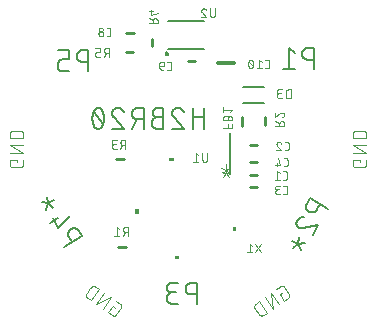
<source format=gbr>
G04 EAGLE Gerber RS-274X export*
G75*
%MOMM*%
%FSLAX34Y34*%
%LPD*%
%INSilkscreen Bottom*%
%IPPOS*%
%AMOC8*
5,1,8,0,0,1.08239X$1,22.5*%
G01*
%ADD10C,0.101600*%
%ADD11C,0.152400*%
%ADD12C,0.254000*%
%ADD13C,0.076200*%
%ADD14C,0.050800*%
%ADD15C,0.150000*%
%ADD16C,0.200000*%
%ADD17C,0.127000*%
%ADD18C,0.304800*%

G36*
X-10596Y140813D02*
X-10596Y140813D01*
X-10594Y140812D01*
X-10551Y140832D01*
X-10507Y140850D01*
X-10507Y140852D01*
X-10505Y140853D01*
X-10472Y140938D01*
X-10472Y143478D01*
X-10473Y143480D01*
X-10472Y143482D01*
X-10492Y143525D01*
X-10510Y143569D01*
X-10512Y143570D01*
X-10513Y143572D01*
X-10598Y143605D01*
X-14408Y143605D01*
X-14410Y143604D01*
X-14412Y143604D01*
X-14455Y143585D01*
X-14499Y143566D01*
X-14499Y143564D01*
X-14501Y143563D01*
X-14534Y143478D01*
X-14534Y140938D01*
X-14533Y140936D01*
X-14534Y140934D01*
X-14514Y140891D01*
X-14496Y140848D01*
X-14494Y140847D01*
X-14493Y140845D01*
X-14408Y140812D01*
X-10598Y140812D01*
X-10596Y140813D01*
G37*
G36*
X-40130Y96275D02*
X-40130Y96275D01*
X-40128Y96274D01*
X-40085Y96294D01*
X-40041Y96312D01*
X-40041Y96314D01*
X-40039Y96315D01*
X-40006Y96400D01*
X-40006Y100210D01*
X-40007Y100212D01*
X-40006Y100214D01*
X-40026Y100257D01*
X-40044Y100301D01*
X-40046Y100302D01*
X-40047Y100304D01*
X-40132Y100337D01*
X-42672Y100337D01*
X-42674Y100336D01*
X-42676Y100336D01*
X-42719Y100317D01*
X-42763Y100298D01*
X-42763Y100296D01*
X-42765Y100295D01*
X-42798Y100210D01*
X-42798Y96400D01*
X-42797Y96398D01*
X-42798Y96396D01*
X-42778Y96353D01*
X-42760Y96310D01*
X-42758Y96309D01*
X-42757Y96307D01*
X-42672Y96274D01*
X-40132Y96274D01*
X-40130Y96275D01*
G37*
G36*
X42674Y81272D02*
X42674Y81272D01*
X42676Y81271D01*
X42719Y81291D01*
X42763Y81309D01*
X42763Y81311D01*
X42765Y81312D01*
X42798Y81397D01*
X42798Y85207D01*
X42797Y85209D01*
X42798Y85211D01*
X42778Y85254D01*
X42760Y85298D01*
X42758Y85299D01*
X42757Y85301D01*
X42672Y85334D01*
X40132Y85334D01*
X40130Y85333D01*
X40128Y85333D01*
X40085Y85314D01*
X40041Y85295D01*
X40041Y85293D01*
X40039Y85292D01*
X40006Y85207D01*
X40006Y81397D01*
X40007Y81395D01*
X40006Y81393D01*
X40026Y81350D01*
X40044Y81307D01*
X40046Y81306D01*
X40047Y81304D01*
X40132Y81271D01*
X42672Y81271D01*
X42674Y81272D01*
G37*
G36*
X-5595Y58009D02*
X-5595Y58009D01*
X-5593Y58008D01*
X-5550Y58028D01*
X-5506Y58046D01*
X-5506Y58048D01*
X-5504Y58049D01*
X-5471Y58134D01*
X-5471Y60674D01*
X-5472Y60676D01*
X-5471Y60678D01*
X-5491Y60721D01*
X-5509Y60765D01*
X-5511Y60766D01*
X-5512Y60768D01*
X-5597Y60801D01*
X-9407Y60801D01*
X-9409Y60800D01*
X-9411Y60800D01*
X-9454Y60781D01*
X-9498Y60762D01*
X-9498Y60760D01*
X-9500Y60759D01*
X-9533Y60674D01*
X-9533Y58134D01*
X-9532Y58132D01*
X-9533Y58130D01*
X-9513Y58087D01*
X-9495Y58044D01*
X-9493Y58043D01*
X-9492Y58041D01*
X-9407Y58008D01*
X-5597Y58008D01*
X-5595Y58009D01*
G37*
D10*
X147562Y140044D02*
X147562Y141991D01*
X141071Y141991D01*
X141071Y138096D01*
X141073Y137997D01*
X141079Y137897D01*
X141088Y137798D01*
X141101Y137700D01*
X141118Y137602D01*
X141139Y137504D01*
X141164Y137408D01*
X141192Y137313D01*
X141224Y137219D01*
X141259Y137126D01*
X141298Y137034D01*
X141341Y136944D01*
X141386Y136856D01*
X141436Y136769D01*
X141488Y136685D01*
X141544Y136602D01*
X141602Y136522D01*
X141664Y136444D01*
X141729Y136369D01*
X141797Y136296D01*
X141867Y136226D01*
X141940Y136158D01*
X142015Y136093D01*
X142093Y136031D01*
X142173Y135973D01*
X142256Y135917D01*
X142340Y135865D01*
X142427Y135815D01*
X142515Y135770D01*
X142605Y135727D01*
X142697Y135688D01*
X142790Y135653D01*
X142884Y135621D01*
X142979Y135593D01*
X143075Y135568D01*
X143173Y135547D01*
X143271Y135530D01*
X143369Y135517D01*
X143468Y135508D01*
X143568Y135502D01*
X143667Y135500D01*
X150158Y135500D01*
X150257Y135502D01*
X150357Y135508D01*
X150456Y135517D01*
X150554Y135530D01*
X150652Y135547D01*
X150750Y135568D01*
X150846Y135593D01*
X150941Y135621D01*
X151035Y135653D01*
X151128Y135688D01*
X151220Y135727D01*
X151310Y135770D01*
X151398Y135815D01*
X151485Y135865D01*
X151569Y135917D01*
X151652Y135973D01*
X151732Y136031D01*
X151810Y136093D01*
X151885Y136158D01*
X151958Y136226D01*
X152028Y136296D01*
X152096Y136369D01*
X152161Y136444D01*
X152223Y136522D01*
X152281Y136602D01*
X152337Y136685D01*
X152389Y136769D01*
X152439Y136856D01*
X152484Y136944D01*
X152527Y137034D01*
X152566Y137126D01*
X152601Y137218D01*
X152633Y137313D01*
X152661Y137408D01*
X152686Y137504D01*
X152707Y137602D01*
X152724Y137700D01*
X152737Y137798D01*
X152746Y137897D01*
X152752Y137997D01*
X152754Y138096D01*
X152755Y138096D02*
X152755Y141991D01*
X152755Y147692D02*
X141071Y147692D01*
X141071Y154183D02*
X152755Y147692D01*
X152755Y154183D02*
X141071Y154183D01*
X141071Y159884D02*
X152755Y159884D01*
X152755Y163129D01*
X152753Y163242D01*
X152747Y163355D01*
X152737Y163468D01*
X152723Y163581D01*
X152706Y163693D01*
X152684Y163804D01*
X152659Y163914D01*
X152629Y164024D01*
X152596Y164132D01*
X152559Y164239D01*
X152519Y164345D01*
X152474Y164449D01*
X152426Y164552D01*
X152375Y164653D01*
X152320Y164752D01*
X152262Y164849D01*
X152200Y164944D01*
X152135Y165037D01*
X152067Y165127D01*
X151996Y165215D01*
X151921Y165301D01*
X151844Y165384D01*
X151764Y165464D01*
X151681Y165541D01*
X151595Y165616D01*
X151507Y165687D01*
X151417Y165755D01*
X151324Y165820D01*
X151229Y165882D01*
X151132Y165940D01*
X151033Y165995D01*
X150932Y166046D01*
X150829Y166094D01*
X150725Y166139D01*
X150619Y166179D01*
X150512Y166216D01*
X150404Y166249D01*
X150294Y166279D01*
X150184Y166304D01*
X150073Y166326D01*
X149961Y166343D01*
X149848Y166357D01*
X149735Y166367D01*
X149622Y166373D01*
X149509Y166375D01*
X144316Y166375D01*
X144203Y166373D01*
X144090Y166367D01*
X143977Y166357D01*
X143864Y166343D01*
X143752Y166326D01*
X143641Y166304D01*
X143531Y166279D01*
X143421Y166249D01*
X143313Y166216D01*
X143206Y166179D01*
X143100Y166139D01*
X142996Y166094D01*
X142893Y166046D01*
X142792Y165995D01*
X142693Y165940D01*
X142596Y165882D01*
X142501Y165820D01*
X142408Y165755D01*
X142318Y165687D01*
X142230Y165616D01*
X142144Y165541D01*
X142061Y165464D01*
X141981Y165384D01*
X141904Y165301D01*
X141829Y165215D01*
X141758Y165127D01*
X141690Y165037D01*
X141625Y164944D01*
X141563Y164849D01*
X141505Y164752D01*
X141450Y164653D01*
X141399Y164552D01*
X141351Y164449D01*
X141306Y164345D01*
X141266Y164239D01*
X141229Y164132D01*
X141196Y164024D01*
X141166Y163914D01*
X141141Y163804D01*
X141119Y163693D01*
X141102Y163581D01*
X141088Y163468D01*
X141078Y163355D01*
X141072Y163242D01*
X141070Y163129D01*
X141071Y163129D02*
X141071Y159884D01*
X81180Y29152D02*
X79585Y28036D01*
X83308Y22718D01*
X86498Y24952D01*
X86578Y25011D01*
X86656Y25073D01*
X86732Y25137D01*
X86805Y25205D01*
X86876Y25275D01*
X86943Y25348D01*
X87008Y25423D01*
X87070Y25501D01*
X87129Y25581D01*
X87185Y25663D01*
X87238Y25748D01*
X87287Y25834D01*
X87333Y25922D01*
X87376Y26012D01*
X87415Y26103D01*
X87450Y26196D01*
X87482Y26290D01*
X87511Y26386D01*
X87535Y26482D01*
X87556Y26579D01*
X87574Y26677D01*
X87587Y26776D01*
X87597Y26875D01*
X87603Y26974D01*
X87605Y27073D01*
X87603Y27173D01*
X87598Y27272D01*
X87588Y27371D01*
X87575Y27470D01*
X87559Y27568D01*
X87538Y27665D01*
X87514Y27762D01*
X87486Y27857D01*
X87454Y27951D01*
X87419Y28044D01*
X87380Y28136D01*
X87338Y28226D01*
X87292Y28314D01*
X87243Y28401D01*
X87191Y28485D01*
X87136Y28568D01*
X83413Y33886D01*
X83413Y33885D02*
X83354Y33965D01*
X83292Y34043D01*
X83228Y34119D01*
X83160Y34192D01*
X83090Y34263D01*
X83017Y34330D01*
X82942Y34395D01*
X82864Y34457D01*
X82784Y34516D01*
X82702Y34572D01*
X82617Y34625D01*
X82531Y34674D01*
X82443Y34720D01*
X82353Y34763D01*
X82262Y34802D01*
X82169Y34837D01*
X82075Y34869D01*
X81979Y34898D01*
X81883Y34922D01*
X81786Y34943D01*
X81688Y34961D01*
X81589Y34974D01*
X81490Y34984D01*
X81391Y34990D01*
X81292Y34992D01*
X81192Y34990D01*
X81093Y34985D01*
X80994Y34976D01*
X80895Y34962D01*
X80797Y34946D01*
X80700Y34925D01*
X80603Y34901D01*
X80508Y34873D01*
X80414Y34841D01*
X80321Y34806D01*
X80229Y34767D01*
X80139Y34725D01*
X80051Y34679D01*
X79964Y34630D01*
X79880Y34578D01*
X79797Y34523D01*
X79796Y34523D02*
X76606Y32289D01*
X71936Y29019D02*
X78638Y19448D01*
X73321Y15725D02*
X71936Y29019D01*
X66619Y25296D02*
X73321Y15725D01*
X68651Y12455D02*
X61949Y22026D01*
X59291Y20165D01*
X59290Y20165D02*
X59199Y20098D01*
X59109Y20029D01*
X59022Y19956D01*
X58938Y19880D01*
X58857Y19801D01*
X58778Y19720D01*
X58702Y19636D01*
X58629Y19549D01*
X58560Y19460D01*
X58493Y19368D01*
X58430Y19274D01*
X58370Y19178D01*
X58313Y19080D01*
X58260Y18980D01*
X58210Y18878D01*
X58164Y18774D01*
X58122Y18669D01*
X58083Y18563D01*
X58048Y18455D01*
X58017Y18346D01*
X57989Y18236D01*
X57966Y18125D01*
X57946Y18014D01*
X57930Y17902D01*
X57918Y17789D01*
X57910Y17676D01*
X57906Y17563D01*
X57906Y17449D01*
X57910Y17336D01*
X57918Y17223D01*
X57930Y17110D01*
X57946Y16998D01*
X57966Y16887D01*
X57989Y16776D01*
X58017Y16666D01*
X58048Y16557D01*
X58083Y16449D01*
X58122Y16343D01*
X58164Y16238D01*
X58210Y16134D01*
X58260Y16032D01*
X58313Y15932D01*
X58370Y15834D01*
X58430Y15738D01*
X58493Y15644D01*
X58494Y15645D02*
X61472Y11391D01*
X61472Y11390D02*
X61539Y11299D01*
X61608Y11209D01*
X61681Y11122D01*
X61757Y11038D01*
X61836Y10957D01*
X61917Y10878D01*
X62001Y10802D01*
X62088Y10729D01*
X62178Y10660D01*
X62269Y10593D01*
X62363Y10530D01*
X62459Y10470D01*
X62557Y10413D01*
X62657Y10360D01*
X62759Y10310D01*
X62863Y10264D01*
X62968Y10222D01*
X63074Y10183D01*
X63182Y10148D01*
X63291Y10117D01*
X63401Y10089D01*
X63512Y10066D01*
X63623Y10046D01*
X63735Y10030D01*
X63848Y10018D01*
X63961Y10010D01*
X64074Y10006D01*
X64188Y10006D01*
X64301Y10010D01*
X64414Y10018D01*
X64527Y10030D01*
X64639Y10046D01*
X64750Y10066D01*
X64861Y10089D01*
X64971Y10117D01*
X65080Y10148D01*
X65188Y10183D01*
X65294Y10222D01*
X65399Y10264D01*
X65503Y10310D01*
X65605Y10360D01*
X65705Y10413D01*
X65803Y10470D01*
X65899Y10530D01*
X65993Y10593D01*
X65992Y10594D02*
X68651Y12455D01*
X-60431Y16765D02*
X-62026Y17882D01*
X-65749Y12565D01*
X-62559Y10331D01*
X-62476Y10276D01*
X-62392Y10224D01*
X-62305Y10175D01*
X-62217Y10129D01*
X-62127Y10087D01*
X-62035Y10048D01*
X-61942Y10013D01*
X-61848Y9981D01*
X-61753Y9953D01*
X-61656Y9929D01*
X-61559Y9908D01*
X-61461Y9892D01*
X-61362Y9879D01*
X-61263Y9869D01*
X-61164Y9864D01*
X-61064Y9862D01*
X-60965Y9864D01*
X-60866Y9870D01*
X-60767Y9880D01*
X-60668Y9893D01*
X-60570Y9911D01*
X-60473Y9932D01*
X-60377Y9956D01*
X-60281Y9985D01*
X-60187Y10017D01*
X-60094Y10052D01*
X-60003Y10091D01*
X-59913Y10134D01*
X-59825Y10180D01*
X-59739Y10229D01*
X-59654Y10282D01*
X-59572Y10338D01*
X-59492Y10397D01*
X-59414Y10459D01*
X-59339Y10524D01*
X-59266Y10591D01*
X-59196Y10662D01*
X-59128Y10735D01*
X-59064Y10811D01*
X-59002Y10889D01*
X-58943Y10969D01*
X-58943Y10968D02*
X-55220Y16286D01*
X-55219Y16286D02*
X-55164Y16369D01*
X-55112Y16453D01*
X-55063Y16540D01*
X-55017Y16628D01*
X-54975Y16718D01*
X-54936Y16810D01*
X-54901Y16903D01*
X-54869Y16997D01*
X-54841Y17092D01*
X-54817Y17189D01*
X-54796Y17286D01*
X-54780Y17384D01*
X-54767Y17483D01*
X-54757Y17582D01*
X-54752Y17681D01*
X-54750Y17781D01*
X-54752Y17880D01*
X-54758Y17979D01*
X-54768Y18078D01*
X-54781Y18177D01*
X-54799Y18275D01*
X-54820Y18372D01*
X-54844Y18468D01*
X-54873Y18564D01*
X-54905Y18658D01*
X-54940Y18751D01*
X-54979Y18842D01*
X-55022Y18932D01*
X-55068Y19020D01*
X-55117Y19106D01*
X-55170Y19191D01*
X-55226Y19273D01*
X-55285Y19353D01*
X-55347Y19431D01*
X-55412Y19506D01*
X-55479Y19579D01*
X-55550Y19649D01*
X-55623Y19717D01*
X-55699Y19781D01*
X-55777Y19843D01*
X-55857Y19902D01*
X-59047Y22136D01*
X-63717Y25405D02*
X-70419Y15835D01*
X-75736Y19558D02*
X-63717Y25405D01*
X-69035Y29129D02*
X-75736Y19558D01*
X-80406Y22828D02*
X-73705Y32398D01*
X-76363Y34260D01*
X-76457Y34323D01*
X-76553Y34383D01*
X-76651Y34440D01*
X-76751Y34493D01*
X-76853Y34543D01*
X-76957Y34589D01*
X-77062Y34631D01*
X-77168Y34670D01*
X-77276Y34705D01*
X-77385Y34736D01*
X-77495Y34764D01*
X-77606Y34787D01*
X-77717Y34807D01*
X-77829Y34823D01*
X-77942Y34835D01*
X-78055Y34843D01*
X-78168Y34847D01*
X-78282Y34847D01*
X-78395Y34843D01*
X-78508Y34835D01*
X-78621Y34823D01*
X-78733Y34807D01*
X-78844Y34787D01*
X-78955Y34764D01*
X-79065Y34736D01*
X-79174Y34705D01*
X-79282Y34670D01*
X-79388Y34631D01*
X-79493Y34589D01*
X-79597Y34543D01*
X-79699Y34493D01*
X-79799Y34440D01*
X-79897Y34383D01*
X-79993Y34323D01*
X-80087Y34260D01*
X-80178Y34193D01*
X-80268Y34124D01*
X-80355Y34051D01*
X-80439Y33975D01*
X-80520Y33896D01*
X-80599Y33815D01*
X-80675Y33731D01*
X-80748Y33644D01*
X-80817Y33555D01*
X-80884Y33463D01*
X-80883Y33463D02*
X-83862Y29209D01*
X-83862Y29210D02*
X-83925Y29116D01*
X-83985Y29020D01*
X-84042Y28922D01*
X-84095Y28822D01*
X-84145Y28720D01*
X-84191Y28616D01*
X-84233Y28511D01*
X-84272Y28405D01*
X-84307Y28297D01*
X-84338Y28188D01*
X-84366Y28078D01*
X-84389Y27967D01*
X-84409Y27856D01*
X-84425Y27744D01*
X-84437Y27631D01*
X-84445Y27518D01*
X-84449Y27405D01*
X-84449Y27291D01*
X-84445Y27178D01*
X-84437Y27065D01*
X-84425Y26952D01*
X-84409Y26840D01*
X-84389Y26729D01*
X-84366Y26618D01*
X-84338Y26508D01*
X-84307Y26399D01*
X-84272Y26291D01*
X-84233Y26185D01*
X-84191Y26080D01*
X-84145Y25976D01*
X-84095Y25874D01*
X-84042Y25774D01*
X-83985Y25676D01*
X-83925Y25580D01*
X-83862Y25486D01*
X-83795Y25394D01*
X-83726Y25305D01*
X-83653Y25218D01*
X-83577Y25134D01*
X-83498Y25053D01*
X-83417Y24974D01*
X-83333Y24898D01*
X-83246Y24825D01*
X-83156Y24756D01*
X-83065Y24689D01*
X-80406Y22828D01*
X-142838Y140044D02*
X-142838Y141991D01*
X-149330Y141991D01*
X-149330Y138096D01*
X-149329Y138096D02*
X-149327Y137997D01*
X-149321Y137897D01*
X-149312Y137798D01*
X-149299Y137700D01*
X-149282Y137602D01*
X-149261Y137504D01*
X-149236Y137408D01*
X-149208Y137313D01*
X-149176Y137219D01*
X-149141Y137126D01*
X-149102Y137034D01*
X-149059Y136944D01*
X-149014Y136856D01*
X-148964Y136769D01*
X-148912Y136685D01*
X-148856Y136602D01*
X-148798Y136522D01*
X-148736Y136444D01*
X-148671Y136369D01*
X-148603Y136296D01*
X-148533Y136226D01*
X-148460Y136158D01*
X-148385Y136093D01*
X-148307Y136031D01*
X-148227Y135973D01*
X-148144Y135917D01*
X-148060Y135865D01*
X-147973Y135815D01*
X-147885Y135770D01*
X-147795Y135727D01*
X-147703Y135688D01*
X-147610Y135653D01*
X-147516Y135621D01*
X-147421Y135593D01*
X-147325Y135568D01*
X-147227Y135547D01*
X-147129Y135530D01*
X-147031Y135517D01*
X-146932Y135508D01*
X-146832Y135502D01*
X-146733Y135500D01*
X-140242Y135500D01*
X-140143Y135502D01*
X-140043Y135508D01*
X-139944Y135517D01*
X-139846Y135530D01*
X-139748Y135548D01*
X-139650Y135568D01*
X-139554Y135593D01*
X-139458Y135621D01*
X-139364Y135653D01*
X-139271Y135688D01*
X-139180Y135727D01*
X-139090Y135770D01*
X-139001Y135815D01*
X-138915Y135865D01*
X-138830Y135917D01*
X-138748Y135973D01*
X-138668Y136032D01*
X-138590Y136093D01*
X-138514Y136158D01*
X-138441Y136226D01*
X-138371Y136296D01*
X-138303Y136369D01*
X-138238Y136445D01*
X-138177Y136523D01*
X-138118Y136603D01*
X-138062Y136685D01*
X-138010Y136770D01*
X-137961Y136856D01*
X-137915Y136945D01*
X-137872Y137035D01*
X-137833Y137126D01*
X-137798Y137219D01*
X-137766Y137313D01*
X-137738Y137409D01*
X-137713Y137505D01*
X-137693Y137603D01*
X-137675Y137701D01*
X-137662Y137799D01*
X-137653Y137898D01*
X-137647Y137997D01*
X-137645Y138097D01*
X-137646Y138096D02*
X-137646Y141991D01*
X-137646Y147692D02*
X-149330Y147692D01*
X-149330Y154183D02*
X-137646Y147692D01*
X-137646Y154183D02*
X-149330Y154183D01*
X-149330Y159884D02*
X-137646Y159884D01*
X-137646Y163129D01*
X-137645Y163129D02*
X-137647Y163242D01*
X-137653Y163355D01*
X-137663Y163468D01*
X-137677Y163581D01*
X-137694Y163693D01*
X-137716Y163804D01*
X-137741Y163914D01*
X-137771Y164024D01*
X-137804Y164132D01*
X-137841Y164239D01*
X-137881Y164345D01*
X-137926Y164449D01*
X-137974Y164552D01*
X-138025Y164653D01*
X-138080Y164752D01*
X-138138Y164849D01*
X-138200Y164944D01*
X-138265Y165037D01*
X-138333Y165127D01*
X-138404Y165215D01*
X-138479Y165301D01*
X-138556Y165384D01*
X-138636Y165464D01*
X-138719Y165541D01*
X-138805Y165616D01*
X-138893Y165687D01*
X-138983Y165755D01*
X-139076Y165820D01*
X-139171Y165882D01*
X-139268Y165940D01*
X-139367Y165995D01*
X-139468Y166046D01*
X-139571Y166094D01*
X-139675Y166139D01*
X-139781Y166179D01*
X-139888Y166216D01*
X-139996Y166249D01*
X-140106Y166279D01*
X-140216Y166304D01*
X-140327Y166326D01*
X-140439Y166343D01*
X-140552Y166357D01*
X-140665Y166367D01*
X-140778Y166373D01*
X-140891Y166375D01*
X-146084Y166375D01*
X-146084Y166376D02*
X-146197Y166374D01*
X-146310Y166368D01*
X-146423Y166358D01*
X-146536Y166344D01*
X-146648Y166327D01*
X-146759Y166305D01*
X-146869Y166280D01*
X-146979Y166250D01*
X-147087Y166217D01*
X-147194Y166180D01*
X-147300Y166140D01*
X-147404Y166095D01*
X-147507Y166047D01*
X-147608Y165996D01*
X-147707Y165941D01*
X-147804Y165883D01*
X-147899Y165821D01*
X-147992Y165756D01*
X-148082Y165688D01*
X-148170Y165617D01*
X-148256Y165542D01*
X-148339Y165465D01*
X-148419Y165385D01*
X-148496Y165302D01*
X-148571Y165216D01*
X-148642Y165128D01*
X-148710Y165038D01*
X-148775Y164945D01*
X-148837Y164850D01*
X-148895Y164753D01*
X-148950Y164654D01*
X-149001Y164553D01*
X-149049Y164450D01*
X-149094Y164346D01*
X-149134Y164240D01*
X-149171Y164133D01*
X-149204Y164025D01*
X-149234Y163915D01*
X-149259Y163805D01*
X-149281Y163694D01*
X-149298Y163582D01*
X-149312Y163469D01*
X-149322Y163356D01*
X-149328Y163243D01*
X-149330Y163130D01*
X-149330Y163129D02*
X-149330Y159884D01*
D11*
X108164Y218808D02*
X108164Y236588D01*
X103225Y236588D01*
X103085Y236586D01*
X102946Y236580D01*
X102806Y236570D01*
X102667Y236556D01*
X102528Y236539D01*
X102390Y236517D01*
X102253Y236491D01*
X102116Y236462D01*
X101980Y236429D01*
X101846Y236392D01*
X101712Y236351D01*
X101580Y236306D01*
X101448Y236257D01*
X101319Y236205D01*
X101191Y236150D01*
X101064Y236090D01*
X100939Y236027D01*
X100816Y235961D01*
X100695Y235891D01*
X100576Y235818D01*
X100459Y235741D01*
X100345Y235661D01*
X100232Y235578D01*
X100122Y235492D01*
X100015Y235402D01*
X99910Y235310D01*
X99808Y235215D01*
X99708Y235117D01*
X99611Y235016D01*
X99517Y234912D01*
X99427Y234806D01*
X99339Y234697D01*
X99254Y234586D01*
X99173Y234472D01*
X99094Y234357D01*
X99019Y234239D01*
X98948Y234119D01*
X98880Y233996D01*
X98815Y233873D01*
X98754Y233747D01*
X98696Y233619D01*
X98642Y233491D01*
X98592Y233360D01*
X98545Y233228D01*
X98502Y233095D01*
X98463Y232961D01*
X98428Y232826D01*
X98397Y232690D01*
X98369Y232552D01*
X98346Y232415D01*
X98326Y232276D01*
X98310Y232137D01*
X98298Y231998D01*
X98290Y231859D01*
X98286Y231719D01*
X98286Y231579D01*
X98290Y231439D01*
X98298Y231300D01*
X98310Y231161D01*
X98326Y231022D01*
X98346Y230883D01*
X98369Y230746D01*
X98397Y230608D01*
X98428Y230472D01*
X98463Y230337D01*
X98502Y230203D01*
X98545Y230070D01*
X98592Y229938D01*
X98642Y229807D01*
X98696Y229679D01*
X98754Y229551D01*
X98815Y229425D01*
X98880Y229302D01*
X98948Y229179D01*
X99019Y229059D01*
X99094Y228941D01*
X99173Y228826D01*
X99254Y228712D01*
X99339Y228601D01*
X99427Y228492D01*
X99517Y228386D01*
X99611Y228282D01*
X99708Y228181D01*
X99808Y228083D01*
X99910Y227988D01*
X100015Y227896D01*
X100122Y227806D01*
X100232Y227720D01*
X100345Y227637D01*
X100459Y227557D01*
X100576Y227480D01*
X100695Y227407D01*
X100816Y227337D01*
X100939Y227271D01*
X101064Y227208D01*
X101191Y227148D01*
X101319Y227093D01*
X101448Y227041D01*
X101580Y226992D01*
X101712Y226947D01*
X101846Y226906D01*
X101980Y226869D01*
X102116Y226836D01*
X102253Y226807D01*
X102390Y226781D01*
X102528Y226759D01*
X102667Y226742D01*
X102806Y226728D01*
X102946Y226718D01*
X103085Y226712D01*
X103225Y226710D01*
X108164Y226710D01*
X92169Y232637D02*
X87230Y236588D01*
X87230Y218808D01*
X82292Y218808D02*
X92169Y218808D01*
X9621Y37734D02*
X9621Y19954D01*
X9621Y37734D02*
X4682Y37734D01*
X4542Y37732D01*
X4403Y37726D01*
X4263Y37716D01*
X4124Y37702D01*
X3985Y37685D01*
X3847Y37663D01*
X3710Y37637D01*
X3573Y37608D01*
X3437Y37575D01*
X3303Y37538D01*
X3169Y37497D01*
X3037Y37452D01*
X2905Y37403D01*
X2776Y37351D01*
X2648Y37296D01*
X2521Y37236D01*
X2396Y37173D01*
X2273Y37107D01*
X2152Y37037D01*
X2033Y36964D01*
X1916Y36887D01*
X1802Y36807D01*
X1689Y36724D01*
X1579Y36638D01*
X1472Y36548D01*
X1367Y36456D01*
X1265Y36361D01*
X1165Y36263D01*
X1068Y36162D01*
X974Y36058D01*
X884Y35952D01*
X796Y35843D01*
X711Y35732D01*
X630Y35618D01*
X551Y35503D01*
X476Y35385D01*
X405Y35264D01*
X337Y35142D01*
X272Y35019D01*
X211Y34893D01*
X153Y34765D01*
X99Y34637D01*
X49Y34506D01*
X2Y34374D01*
X-41Y34241D01*
X-80Y34107D01*
X-115Y33972D01*
X-146Y33836D01*
X-174Y33698D01*
X-197Y33561D01*
X-217Y33422D01*
X-233Y33283D01*
X-245Y33144D01*
X-253Y33005D01*
X-257Y32865D01*
X-257Y32725D01*
X-253Y32585D01*
X-245Y32446D01*
X-233Y32307D01*
X-217Y32168D01*
X-197Y32029D01*
X-174Y31892D01*
X-146Y31754D01*
X-115Y31618D01*
X-80Y31483D01*
X-41Y31349D01*
X2Y31216D01*
X49Y31084D01*
X99Y30953D01*
X153Y30825D01*
X211Y30697D01*
X272Y30571D01*
X337Y30448D01*
X405Y30325D01*
X476Y30205D01*
X551Y30087D01*
X630Y29972D01*
X711Y29858D01*
X796Y29747D01*
X884Y29638D01*
X974Y29532D01*
X1068Y29428D01*
X1165Y29327D01*
X1265Y29229D01*
X1367Y29134D01*
X1472Y29042D01*
X1579Y28952D01*
X1689Y28866D01*
X1802Y28783D01*
X1916Y28703D01*
X2033Y28626D01*
X2152Y28553D01*
X2273Y28483D01*
X2396Y28417D01*
X2521Y28354D01*
X2648Y28294D01*
X2776Y28239D01*
X2905Y28187D01*
X3037Y28138D01*
X3169Y28093D01*
X3303Y28052D01*
X3437Y28015D01*
X3573Y27982D01*
X3710Y27953D01*
X3847Y27927D01*
X3985Y27905D01*
X4124Y27888D01*
X4263Y27874D01*
X4403Y27864D01*
X4542Y27858D01*
X4682Y27856D01*
X9621Y27856D01*
X-6374Y19954D02*
X-11313Y19954D01*
X-11453Y19956D01*
X-11592Y19962D01*
X-11732Y19972D01*
X-11871Y19986D01*
X-12010Y20003D01*
X-12148Y20025D01*
X-12285Y20051D01*
X-12422Y20080D01*
X-12558Y20113D01*
X-12692Y20150D01*
X-12826Y20191D01*
X-12958Y20236D01*
X-13090Y20285D01*
X-13219Y20337D01*
X-13347Y20392D01*
X-13474Y20452D01*
X-13599Y20515D01*
X-13722Y20581D01*
X-13843Y20651D01*
X-13962Y20724D01*
X-14079Y20801D01*
X-14193Y20881D01*
X-14306Y20964D01*
X-14416Y21050D01*
X-14523Y21140D01*
X-14628Y21232D01*
X-14730Y21327D01*
X-14830Y21425D01*
X-14927Y21526D01*
X-15021Y21630D01*
X-15111Y21736D01*
X-15199Y21845D01*
X-15284Y21956D01*
X-15365Y22070D01*
X-15444Y22185D01*
X-15519Y22303D01*
X-15590Y22423D01*
X-15658Y22546D01*
X-15723Y22669D01*
X-15784Y22795D01*
X-15842Y22923D01*
X-15896Y23051D01*
X-15946Y23182D01*
X-15993Y23314D01*
X-16036Y23447D01*
X-16075Y23581D01*
X-16110Y23716D01*
X-16141Y23852D01*
X-16169Y23990D01*
X-16192Y24127D01*
X-16212Y24266D01*
X-16228Y24405D01*
X-16240Y24544D01*
X-16248Y24683D01*
X-16252Y24823D01*
X-16252Y24963D01*
X-16248Y25103D01*
X-16240Y25242D01*
X-16228Y25381D01*
X-16212Y25520D01*
X-16192Y25659D01*
X-16169Y25796D01*
X-16141Y25934D01*
X-16110Y26070D01*
X-16075Y26205D01*
X-16036Y26339D01*
X-15993Y26472D01*
X-15946Y26604D01*
X-15896Y26735D01*
X-15842Y26863D01*
X-15784Y26991D01*
X-15723Y27117D01*
X-15658Y27240D01*
X-15590Y27362D01*
X-15519Y27483D01*
X-15444Y27601D01*
X-15365Y27716D01*
X-15284Y27830D01*
X-15199Y27941D01*
X-15111Y28050D01*
X-15021Y28156D01*
X-14927Y28260D01*
X-14830Y28361D01*
X-14730Y28459D01*
X-14628Y28554D01*
X-14523Y28646D01*
X-14416Y28736D01*
X-14306Y28822D01*
X-14193Y28905D01*
X-14079Y28985D01*
X-13962Y29062D01*
X-13843Y29135D01*
X-13722Y29205D01*
X-13599Y29271D01*
X-13474Y29334D01*
X-13347Y29394D01*
X-13219Y29449D01*
X-13090Y29501D01*
X-12958Y29550D01*
X-12826Y29595D01*
X-12692Y29636D01*
X-12558Y29673D01*
X-12422Y29706D01*
X-12285Y29735D01*
X-12148Y29761D01*
X-12010Y29783D01*
X-11871Y29800D01*
X-11732Y29814D01*
X-11592Y29824D01*
X-11453Y29830D01*
X-11313Y29832D01*
X-12301Y37734D02*
X-6374Y37734D01*
X-12301Y37734D02*
X-12425Y37732D01*
X-12549Y37726D01*
X-12673Y37716D01*
X-12796Y37703D01*
X-12919Y37685D01*
X-13041Y37664D01*
X-13163Y37639D01*
X-13284Y37610D01*
X-13403Y37577D01*
X-13522Y37541D01*
X-13639Y37500D01*
X-13755Y37457D01*
X-13870Y37409D01*
X-13983Y37358D01*
X-14095Y37303D01*
X-14204Y37245D01*
X-14312Y37184D01*
X-14418Y37119D01*
X-14522Y37051D01*
X-14623Y36979D01*
X-14723Y36905D01*
X-14819Y36827D01*
X-14914Y36747D01*
X-15006Y36663D01*
X-15095Y36577D01*
X-15181Y36488D01*
X-15265Y36396D01*
X-15345Y36301D01*
X-15423Y36205D01*
X-15497Y36105D01*
X-15569Y36004D01*
X-15637Y35900D01*
X-15702Y35794D01*
X-15763Y35686D01*
X-15821Y35577D01*
X-15876Y35465D01*
X-15927Y35352D01*
X-15975Y35237D01*
X-16018Y35121D01*
X-16059Y35004D01*
X-16095Y34885D01*
X-16128Y34766D01*
X-16157Y34645D01*
X-16182Y34523D01*
X-16203Y34401D01*
X-16221Y34278D01*
X-16234Y34155D01*
X-16244Y34031D01*
X-16250Y33907D01*
X-16252Y33783D01*
X-16250Y33659D01*
X-16244Y33535D01*
X-16234Y33411D01*
X-16221Y33288D01*
X-16203Y33165D01*
X-16182Y33043D01*
X-16157Y32921D01*
X-16128Y32800D01*
X-16095Y32681D01*
X-16059Y32562D01*
X-16018Y32445D01*
X-15975Y32329D01*
X-15927Y32214D01*
X-15876Y32101D01*
X-15821Y31989D01*
X-15763Y31880D01*
X-15702Y31772D01*
X-15637Y31666D01*
X-15569Y31562D01*
X-15497Y31461D01*
X-15423Y31361D01*
X-15345Y31265D01*
X-15265Y31170D01*
X-15181Y31078D01*
X-15095Y30989D01*
X-15006Y30903D01*
X-14914Y30819D01*
X-14819Y30739D01*
X-14723Y30661D01*
X-14623Y30587D01*
X-14522Y30515D01*
X-14418Y30447D01*
X-14312Y30382D01*
X-14204Y30321D01*
X-14095Y30263D01*
X-13983Y30208D01*
X-13870Y30157D01*
X-13755Y30109D01*
X-13639Y30066D01*
X-13522Y30025D01*
X-13403Y29989D01*
X-13284Y29956D01*
X-13163Y29927D01*
X-13041Y29902D01*
X-12919Y29881D01*
X-12796Y29863D01*
X-12673Y29850D01*
X-12549Y29840D01*
X-12425Y29834D01*
X-12301Y29832D01*
X-8350Y29832D01*
X-88036Y77269D02*
X-103434Y68379D01*
X-88036Y77269D02*
X-90506Y81547D01*
X-90577Y81667D01*
X-90652Y81785D01*
X-90731Y81900D01*
X-90812Y82014D01*
X-90897Y82125D01*
X-90985Y82234D01*
X-91075Y82340D01*
X-91169Y82444D01*
X-91266Y82545D01*
X-91366Y82643D01*
X-91468Y82738D01*
X-91573Y82830D01*
X-91680Y82920D01*
X-91790Y83006D01*
X-91903Y83089D01*
X-92017Y83169D01*
X-92134Y83246D01*
X-92253Y83319D01*
X-92374Y83389D01*
X-92497Y83455D01*
X-92622Y83518D01*
X-92749Y83578D01*
X-92877Y83633D01*
X-93007Y83685D01*
X-93138Y83734D01*
X-93270Y83779D01*
X-93404Y83820D01*
X-93538Y83857D01*
X-93674Y83890D01*
X-93811Y83919D01*
X-93948Y83945D01*
X-94086Y83967D01*
X-94225Y83984D01*
X-94364Y83998D01*
X-94504Y84008D01*
X-94643Y84014D01*
X-94783Y84016D01*
X-94923Y84014D01*
X-95062Y84008D01*
X-95202Y83998D01*
X-95341Y83984D01*
X-95480Y83967D01*
X-95618Y83945D01*
X-95755Y83919D01*
X-95892Y83890D01*
X-96028Y83857D01*
X-96162Y83819D01*
X-96296Y83779D01*
X-96428Y83734D01*
X-96560Y83685D01*
X-96689Y83633D01*
X-96817Y83578D01*
X-96944Y83518D01*
X-97069Y83455D01*
X-97192Y83389D01*
X-97313Y83319D01*
X-97432Y83246D01*
X-97549Y83169D01*
X-97663Y83089D01*
X-97776Y83006D01*
X-97886Y82920D01*
X-97993Y82830D01*
X-98098Y82738D01*
X-98200Y82643D01*
X-98300Y82545D01*
X-98397Y82444D01*
X-98491Y82340D01*
X-98581Y82234D01*
X-98669Y82125D01*
X-98754Y82014D01*
X-98835Y81900D01*
X-98914Y81785D01*
X-98989Y81667D01*
X-99060Y81546D01*
X-99128Y81424D01*
X-99193Y81301D01*
X-99254Y81175D01*
X-99312Y81047D01*
X-99366Y80919D01*
X-99416Y80788D01*
X-99463Y80656D01*
X-99506Y80523D01*
X-99545Y80389D01*
X-99580Y80254D01*
X-99611Y80118D01*
X-99639Y79980D01*
X-99662Y79843D01*
X-99682Y79704D01*
X-99698Y79565D01*
X-99710Y79426D01*
X-99718Y79287D01*
X-99722Y79147D01*
X-99722Y79007D01*
X-99718Y78867D01*
X-99710Y78728D01*
X-99698Y78589D01*
X-99682Y78450D01*
X-99662Y78311D01*
X-99639Y78173D01*
X-99611Y78036D01*
X-99580Y77900D01*
X-99545Y77765D01*
X-99506Y77631D01*
X-99463Y77498D01*
X-99416Y77366D01*
X-99366Y77235D01*
X-99312Y77106D01*
X-99254Y76979D01*
X-99193Y76853D01*
X-99128Y76730D01*
X-99060Y76607D01*
X-99060Y76608D02*
X-96591Y72330D01*
X-108010Y84207D02*
X-98009Y94543D01*
X-108010Y84207D02*
X-112949Y92761D01*
X-114889Y88219D02*
X-108045Y92171D01*
X-116568Y104956D02*
X-111435Y107919D01*
X-116568Y104956D02*
X-122146Y105727D01*
X-116568Y104956D02*
X-118688Y99739D01*
X-116568Y104956D02*
X-117573Y110648D01*
X-116568Y104956D02*
X-112140Y101239D01*
X-82612Y216962D02*
X-82612Y234742D01*
X-87550Y234742D01*
X-87690Y234740D01*
X-87829Y234734D01*
X-87969Y234724D01*
X-88108Y234710D01*
X-88247Y234693D01*
X-88385Y234671D01*
X-88522Y234645D01*
X-88659Y234616D01*
X-88795Y234583D01*
X-88929Y234546D01*
X-89063Y234505D01*
X-89195Y234460D01*
X-89327Y234411D01*
X-89456Y234359D01*
X-89584Y234304D01*
X-89711Y234244D01*
X-89836Y234181D01*
X-89959Y234115D01*
X-90080Y234045D01*
X-90199Y233972D01*
X-90316Y233895D01*
X-90430Y233815D01*
X-90543Y233732D01*
X-90653Y233646D01*
X-90760Y233556D01*
X-90865Y233464D01*
X-90967Y233369D01*
X-91067Y233271D01*
X-91164Y233170D01*
X-91258Y233066D01*
X-91348Y232960D01*
X-91436Y232851D01*
X-91521Y232740D01*
X-91602Y232626D01*
X-91681Y232511D01*
X-91756Y232393D01*
X-91827Y232273D01*
X-91895Y232150D01*
X-91960Y232027D01*
X-92021Y231901D01*
X-92079Y231773D01*
X-92133Y231645D01*
X-92183Y231514D01*
X-92230Y231382D01*
X-92273Y231249D01*
X-92312Y231115D01*
X-92347Y230980D01*
X-92378Y230844D01*
X-92406Y230706D01*
X-92429Y230569D01*
X-92449Y230430D01*
X-92465Y230291D01*
X-92477Y230152D01*
X-92485Y230013D01*
X-92489Y229873D01*
X-92489Y229733D01*
X-92485Y229593D01*
X-92477Y229454D01*
X-92465Y229315D01*
X-92449Y229176D01*
X-92429Y229037D01*
X-92406Y228900D01*
X-92378Y228762D01*
X-92347Y228626D01*
X-92312Y228491D01*
X-92273Y228357D01*
X-92230Y228224D01*
X-92183Y228092D01*
X-92133Y227961D01*
X-92079Y227833D01*
X-92021Y227705D01*
X-91960Y227579D01*
X-91895Y227456D01*
X-91827Y227333D01*
X-91756Y227213D01*
X-91681Y227095D01*
X-91602Y226980D01*
X-91521Y226866D01*
X-91436Y226755D01*
X-91348Y226646D01*
X-91258Y226540D01*
X-91164Y226436D01*
X-91067Y226335D01*
X-90967Y226237D01*
X-90865Y226142D01*
X-90760Y226050D01*
X-90653Y225960D01*
X-90543Y225874D01*
X-90430Y225791D01*
X-90316Y225711D01*
X-90199Y225634D01*
X-90080Y225561D01*
X-89959Y225491D01*
X-89836Y225425D01*
X-89711Y225362D01*
X-89584Y225302D01*
X-89456Y225247D01*
X-89327Y225195D01*
X-89195Y225146D01*
X-89063Y225101D01*
X-88929Y225060D01*
X-88795Y225023D01*
X-88659Y224990D01*
X-88522Y224961D01*
X-88385Y224935D01*
X-88247Y224913D01*
X-88108Y224896D01*
X-87969Y224882D01*
X-87829Y224872D01*
X-87690Y224866D01*
X-87550Y224864D01*
X-87550Y224865D02*
X-82612Y224865D01*
X-98607Y216962D02*
X-104533Y216962D01*
X-104657Y216964D01*
X-104781Y216970D01*
X-104905Y216980D01*
X-105028Y216993D01*
X-105151Y217011D01*
X-105273Y217032D01*
X-105395Y217057D01*
X-105516Y217086D01*
X-105635Y217119D01*
X-105754Y217155D01*
X-105871Y217196D01*
X-105987Y217239D01*
X-106102Y217287D01*
X-106215Y217338D01*
X-106327Y217393D01*
X-106436Y217451D01*
X-106544Y217512D01*
X-106650Y217577D01*
X-106754Y217645D01*
X-106855Y217717D01*
X-106955Y217791D01*
X-107051Y217869D01*
X-107146Y217949D01*
X-107238Y218033D01*
X-107327Y218119D01*
X-107413Y218208D01*
X-107497Y218300D01*
X-107577Y218395D01*
X-107655Y218491D01*
X-107729Y218591D01*
X-107801Y218692D01*
X-107869Y218796D01*
X-107934Y218902D01*
X-107995Y219010D01*
X-108053Y219119D01*
X-108108Y219231D01*
X-108159Y219344D01*
X-108207Y219459D01*
X-108250Y219575D01*
X-108291Y219692D01*
X-108327Y219811D01*
X-108360Y219930D01*
X-108389Y220051D01*
X-108414Y220173D01*
X-108435Y220295D01*
X-108453Y220418D01*
X-108466Y220541D01*
X-108476Y220665D01*
X-108482Y220789D01*
X-108484Y220913D01*
X-108484Y222889D01*
X-108482Y223013D01*
X-108476Y223137D01*
X-108466Y223261D01*
X-108453Y223384D01*
X-108435Y223507D01*
X-108414Y223629D01*
X-108389Y223751D01*
X-108360Y223872D01*
X-108327Y223991D01*
X-108291Y224110D01*
X-108250Y224227D01*
X-108207Y224343D01*
X-108159Y224458D01*
X-108108Y224571D01*
X-108053Y224683D01*
X-107995Y224792D01*
X-107934Y224900D01*
X-107869Y225006D01*
X-107801Y225110D01*
X-107729Y225211D01*
X-107655Y225311D01*
X-107577Y225407D01*
X-107497Y225502D01*
X-107413Y225594D01*
X-107327Y225683D01*
X-107238Y225769D01*
X-107146Y225853D01*
X-107051Y225933D01*
X-106955Y226011D01*
X-106855Y226085D01*
X-106754Y226157D01*
X-106650Y226225D01*
X-106544Y226290D01*
X-106436Y226351D01*
X-106327Y226409D01*
X-106215Y226464D01*
X-106102Y226515D01*
X-105987Y226563D01*
X-105871Y226606D01*
X-105754Y226647D01*
X-105635Y226683D01*
X-105516Y226716D01*
X-105395Y226745D01*
X-105273Y226770D01*
X-105151Y226791D01*
X-105028Y226809D01*
X-104905Y226822D01*
X-104781Y226832D01*
X-104657Y226838D01*
X-104533Y226840D01*
X-98607Y226840D01*
X-98607Y234742D01*
X-108484Y234742D01*
X15550Y185943D02*
X15550Y168163D01*
X15550Y178041D02*
X5672Y178041D01*
X5672Y185943D02*
X5672Y168163D01*
X-11637Y181498D02*
X-11635Y181630D01*
X-11629Y181761D01*
X-11619Y181893D01*
X-11606Y182024D01*
X-11588Y182154D01*
X-11567Y182284D01*
X-11542Y182414D01*
X-11513Y182542D01*
X-11480Y182670D01*
X-11443Y182796D01*
X-11403Y182922D01*
X-11359Y183046D01*
X-11311Y183169D01*
X-11260Y183290D01*
X-11205Y183410D01*
X-11147Y183528D01*
X-11085Y183644D01*
X-11019Y183758D01*
X-10951Y183871D01*
X-10879Y183981D01*
X-10804Y184089D01*
X-10725Y184195D01*
X-10644Y184299D01*
X-10559Y184400D01*
X-10472Y184498D01*
X-10381Y184594D01*
X-10288Y184687D01*
X-10192Y184778D01*
X-10094Y184865D01*
X-9993Y184950D01*
X-9889Y185031D01*
X-9783Y185110D01*
X-9675Y185185D01*
X-9565Y185257D01*
X-9452Y185325D01*
X-9338Y185391D01*
X-9222Y185453D01*
X-9104Y185511D01*
X-8984Y185566D01*
X-8863Y185617D01*
X-8740Y185665D01*
X-8616Y185709D01*
X-8490Y185749D01*
X-8364Y185786D01*
X-8236Y185819D01*
X-8108Y185848D01*
X-7978Y185873D01*
X-7848Y185894D01*
X-7718Y185912D01*
X-7587Y185925D01*
X-7455Y185935D01*
X-7324Y185941D01*
X-7192Y185943D01*
X-7192Y185944D02*
X-7042Y185942D01*
X-6893Y185936D01*
X-6744Y185926D01*
X-6595Y185913D01*
X-6446Y185895D01*
X-6298Y185874D01*
X-6150Y185848D01*
X-6004Y185819D01*
X-5858Y185786D01*
X-5713Y185749D01*
X-5569Y185708D01*
X-5426Y185664D01*
X-5284Y185616D01*
X-5144Y185564D01*
X-5005Y185509D01*
X-4867Y185450D01*
X-4732Y185387D01*
X-4597Y185321D01*
X-4465Y185251D01*
X-4335Y185178D01*
X-4206Y185101D01*
X-4079Y185021D01*
X-3955Y184938D01*
X-3833Y184852D01*
X-3713Y184762D01*
X-3596Y184669D01*
X-3481Y184574D01*
X-3368Y184475D01*
X-3258Y184373D01*
X-3151Y184269D01*
X-3047Y184162D01*
X-2945Y184052D01*
X-2847Y183939D01*
X-2751Y183824D01*
X-2659Y183706D01*
X-2569Y183586D01*
X-2483Y183464D01*
X-2400Y183340D01*
X-2320Y183213D01*
X-2244Y183085D01*
X-2171Y182954D01*
X-2101Y182821D01*
X-2035Y182687D01*
X-1973Y182551D01*
X-1914Y182414D01*
X-1858Y182275D01*
X-1807Y182134D01*
X-1759Y181993D01*
X-10155Y178041D02*
X-10251Y178134D01*
X-10343Y178230D01*
X-10433Y178329D01*
X-10520Y178430D01*
X-10605Y178533D01*
X-10686Y178638D01*
X-10764Y178746D01*
X-10839Y178856D01*
X-10912Y178968D01*
X-10981Y179082D01*
X-11047Y179198D01*
X-11109Y179316D01*
X-11168Y179435D01*
X-11224Y179556D01*
X-11277Y179679D01*
X-11326Y179803D01*
X-11371Y179928D01*
X-11414Y180055D01*
X-11452Y180182D01*
X-11487Y180311D01*
X-11518Y180440D01*
X-11546Y180571D01*
X-11570Y180702D01*
X-11591Y180834D01*
X-11607Y180966D01*
X-11620Y181099D01*
X-11630Y181232D01*
X-11635Y181365D01*
X-11637Y181498D01*
X-10155Y178041D02*
X-1759Y168163D01*
X-11637Y168163D01*
X-19265Y178041D02*
X-24204Y178041D01*
X-24344Y178039D01*
X-24483Y178033D01*
X-24623Y178023D01*
X-24762Y178009D01*
X-24901Y177992D01*
X-25039Y177970D01*
X-25176Y177944D01*
X-25313Y177915D01*
X-25449Y177882D01*
X-25583Y177845D01*
X-25717Y177804D01*
X-25849Y177759D01*
X-25981Y177710D01*
X-26110Y177658D01*
X-26238Y177603D01*
X-26365Y177543D01*
X-26490Y177480D01*
X-26613Y177414D01*
X-26734Y177344D01*
X-26853Y177271D01*
X-26970Y177194D01*
X-27084Y177114D01*
X-27197Y177031D01*
X-27307Y176945D01*
X-27414Y176855D01*
X-27519Y176763D01*
X-27621Y176668D01*
X-27721Y176570D01*
X-27818Y176469D01*
X-27912Y176365D01*
X-28002Y176259D01*
X-28090Y176150D01*
X-28175Y176039D01*
X-28256Y175925D01*
X-28335Y175810D01*
X-28410Y175692D01*
X-28481Y175572D01*
X-28549Y175449D01*
X-28614Y175326D01*
X-28675Y175200D01*
X-28733Y175072D01*
X-28787Y174944D01*
X-28837Y174813D01*
X-28884Y174681D01*
X-28927Y174548D01*
X-28966Y174414D01*
X-29001Y174279D01*
X-29032Y174143D01*
X-29060Y174005D01*
X-29083Y173868D01*
X-29103Y173729D01*
X-29119Y173590D01*
X-29131Y173451D01*
X-29139Y173312D01*
X-29143Y173172D01*
X-29143Y173032D01*
X-29139Y172892D01*
X-29131Y172753D01*
X-29119Y172614D01*
X-29103Y172475D01*
X-29083Y172336D01*
X-29060Y172199D01*
X-29032Y172061D01*
X-29001Y171925D01*
X-28966Y171790D01*
X-28927Y171656D01*
X-28884Y171523D01*
X-28837Y171391D01*
X-28787Y171260D01*
X-28733Y171132D01*
X-28675Y171004D01*
X-28614Y170878D01*
X-28549Y170755D01*
X-28481Y170632D01*
X-28410Y170512D01*
X-28335Y170394D01*
X-28256Y170279D01*
X-28175Y170165D01*
X-28090Y170054D01*
X-28002Y169945D01*
X-27912Y169839D01*
X-27818Y169735D01*
X-27721Y169634D01*
X-27621Y169536D01*
X-27519Y169441D01*
X-27414Y169349D01*
X-27307Y169259D01*
X-27197Y169173D01*
X-27084Y169090D01*
X-26970Y169010D01*
X-26853Y168933D01*
X-26734Y168860D01*
X-26613Y168790D01*
X-26490Y168724D01*
X-26365Y168661D01*
X-26238Y168601D01*
X-26110Y168546D01*
X-25981Y168494D01*
X-25849Y168445D01*
X-25717Y168400D01*
X-25583Y168359D01*
X-25449Y168322D01*
X-25313Y168289D01*
X-25176Y168260D01*
X-25039Y168234D01*
X-24901Y168212D01*
X-24762Y168195D01*
X-24623Y168181D01*
X-24483Y168171D01*
X-24344Y168165D01*
X-24204Y168163D01*
X-19265Y168163D01*
X-19265Y185943D01*
X-24204Y185943D01*
X-24328Y185941D01*
X-24452Y185935D01*
X-24576Y185925D01*
X-24699Y185912D01*
X-24822Y185894D01*
X-24944Y185873D01*
X-25066Y185848D01*
X-25187Y185819D01*
X-25306Y185786D01*
X-25425Y185750D01*
X-25542Y185709D01*
X-25658Y185666D01*
X-25773Y185618D01*
X-25886Y185567D01*
X-25998Y185512D01*
X-26107Y185454D01*
X-26215Y185393D01*
X-26321Y185328D01*
X-26425Y185260D01*
X-26526Y185188D01*
X-26626Y185114D01*
X-26722Y185036D01*
X-26817Y184956D01*
X-26909Y184872D01*
X-26998Y184786D01*
X-27084Y184697D01*
X-27168Y184605D01*
X-27248Y184510D01*
X-27326Y184414D01*
X-27400Y184314D01*
X-27472Y184213D01*
X-27540Y184109D01*
X-27605Y184003D01*
X-27666Y183895D01*
X-27724Y183786D01*
X-27779Y183674D01*
X-27830Y183561D01*
X-27878Y183446D01*
X-27921Y183330D01*
X-27962Y183213D01*
X-27998Y183094D01*
X-28031Y182975D01*
X-28060Y182854D01*
X-28085Y182732D01*
X-28106Y182610D01*
X-28124Y182487D01*
X-28137Y182364D01*
X-28147Y182240D01*
X-28153Y182116D01*
X-28155Y181992D01*
X-28153Y181868D01*
X-28147Y181744D01*
X-28137Y181620D01*
X-28124Y181497D01*
X-28106Y181374D01*
X-28085Y181252D01*
X-28060Y181130D01*
X-28031Y181009D01*
X-27998Y180890D01*
X-27962Y180771D01*
X-27921Y180654D01*
X-27878Y180538D01*
X-27830Y180423D01*
X-27779Y180310D01*
X-27724Y180198D01*
X-27666Y180089D01*
X-27605Y179981D01*
X-27540Y179875D01*
X-27472Y179771D01*
X-27400Y179670D01*
X-27326Y179570D01*
X-27248Y179474D01*
X-27168Y179379D01*
X-27084Y179287D01*
X-26998Y179198D01*
X-26909Y179112D01*
X-26817Y179028D01*
X-26722Y178948D01*
X-26626Y178870D01*
X-26526Y178796D01*
X-26425Y178724D01*
X-26321Y178656D01*
X-26215Y178591D01*
X-26107Y178530D01*
X-25998Y178472D01*
X-25886Y178417D01*
X-25773Y178366D01*
X-25658Y178318D01*
X-25542Y178275D01*
X-25425Y178234D01*
X-25306Y178198D01*
X-25187Y178165D01*
X-25066Y178136D01*
X-24944Y178111D01*
X-24822Y178090D01*
X-24699Y178072D01*
X-24576Y178059D01*
X-24452Y178049D01*
X-24328Y178043D01*
X-24204Y178041D01*
X-35904Y185943D02*
X-35904Y168163D01*
X-35904Y185943D02*
X-40843Y185943D01*
X-40983Y185941D01*
X-41122Y185935D01*
X-41262Y185925D01*
X-41401Y185911D01*
X-41540Y185894D01*
X-41678Y185872D01*
X-41815Y185846D01*
X-41952Y185817D01*
X-42088Y185784D01*
X-42222Y185747D01*
X-42356Y185706D01*
X-42488Y185661D01*
X-42620Y185612D01*
X-42749Y185560D01*
X-42877Y185505D01*
X-43004Y185445D01*
X-43129Y185382D01*
X-43252Y185316D01*
X-43373Y185246D01*
X-43492Y185173D01*
X-43609Y185096D01*
X-43723Y185016D01*
X-43836Y184933D01*
X-43946Y184847D01*
X-44053Y184757D01*
X-44158Y184665D01*
X-44260Y184570D01*
X-44360Y184472D01*
X-44457Y184371D01*
X-44551Y184267D01*
X-44641Y184161D01*
X-44729Y184052D01*
X-44814Y183941D01*
X-44895Y183827D01*
X-44974Y183712D01*
X-45049Y183594D01*
X-45120Y183474D01*
X-45188Y183351D01*
X-45253Y183228D01*
X-45314Y183102D01*
X-45372Y182974D01*
X-45426Y182846D01*
X-45476Y182715D01*
X-45523Y182583D01*
X-45566Y182450D01*
X-45605Y182316D01*
X-45640Y182181D01*
X-45671Y182045D01*
X-45699Y181907D01*
X-45722Y181770D01*
X-45742Y181631D01*
X-45758Y181492D01*
X-45770Y181353D01*
X-45778Y181214D01*
X-45782Y181074D01*
X-45782Y180934D01*
X-45778Y180794D01*
X-45770Y180655D01*
X-45758Y180516D01*
X-45742Y180377D01*
X-45722Y180238D01*
X-45699Y180101D01*
X-45671Y179963D01*
X-45640Y179827D01*
X-45605Y179692D01*
X-45566Y179558D01*
X-45523Y179425D01*
X-45476Y179293D01*
X-45426Y179162D01*
X-45372Y179034D01*
X-45314Y178906D01*
X-45253Y178780D01*
X-45188Y178657D01*
X-45120Y178534D01*
X-45049Y178414D01*
X-44974Y178296D01*
X-44895Y178181D01*
X-44814Y178067D01*
X-44729Y177956D01*
X-44641Y177847D01*
X-44551Y177741D01*
X-44457Y177637D01*
X-44360Y177536D01*
X-44260Y177438D01*
X-44158Y177343D01*
X-44053Y177251D01*
X-43946Y177161D01*
X-43836Y177075D01*
X-43723Y176992D01*
X-43609Y176912D01*
X-43492Y176835D01*
X-43373Y176762D01*
X-43252Y176692D01*
X-43129Y176626D01*
X-43004Y176563D01*
X-42877Y176503D01*
X-42749Y176448D01*
X-42620Y176396D01*
X-42488Y176347D01*
X-42356Y176302D01*
X-42222Y176261D01*
X-42088Y176224D01*
X-41952Y176191D01*
X-41815Y176162D01*
X-41678Y176136D01*
X-41540Y176114D01*
X-41401Y176097D01*
X-41262Y176083D01*
X-41122Y176073D01*
X-40983Y176067D01*
X-40843Y176065D01*
X-35904Y176065D01*
X-41831Y176065D02*
X-45782Y168163D01*
X-62447Y181498D02*
X-62445Y181630D01*
X-62439Y181761D01*
X-62429Y181893D01*
X-62416Y182024D01*
X-62398Y182154D01*
X-62377Y182284D01*
X-62352Y182414D01*
X-62323Y182542D01*
X-62290Y182670D01*
X-62253Y182796D01*
X-62213Y182922D01*
X-62169Y183046D01*
X-62121Y183169D01*
X-62070Y183290D01*
X-62015Y183410D01*
X-61957Y183528D01*
X-61895Y183644D01*
X-61829Y183758D01*
X-61761Y183871D01*
X-61689Y183981D01*
X-61614Y184089D01*
X-61535Y184195D01*
X-61454Y184299D01*
X-61369Y184400D01*
X-61282Y184498D01*
X-61191Y184594D01*
X-61098Y184687D01*
X-61002Y184778D01*
X-60904Y184865D01*
X-60803Y184950D01*
X-60699Y185031D01*
X-60593Y185110D01*
X-60485Y185185D01*
X-60375Y185257D01*
X-60262Y185325D01*
X-60148Y185391D01*
X-60032Y185453D01*
X-59914Y185511D01*
X-59794Y185566D01*
X-59673Y185617D01*
X-59550Y185665D01*
X-59426Y185709D01*
X-59300Y185749D01*
X-59174Y185786D01*
X-59046Y185819D01*
X-58918Y185848D01*
X-58788Y185873D01*
X-58658Y185894D01*
X-58528Y185912D01*
X-58397Y185925D01*
X-58265Y185935D01*
X-58134Y185941D01*
X-58002Y185943D01*
X-58002Y185944D02*
X-57852Y185942D01*
X-57703Y185936D01*
X-57554Y185926D01*
X-57405Y185913D01*
X-57256Y185895D01*
X-57108Y185874D01*
X-56960Y185848D01*
X-56814Y185819D01*
X-56668Y185786D01*
X-56523Y185749D01*
X-56379Y185708D01*
X-56236Y185664D01*
X-56094Y185616D01*
X-55954Y185564D01*
X-55815Y185509D01*
X-55677Y185450D01*
X-55542Y185387D01*
X-55407Y185321D01*
X-55275Y185251D01*
X-55145Y185178D01*
X-55016Y185101D01*
X-54889Y185021D01*
X-54765Y184938D01*
X-54643Y184852D01*
X-54523Y184762D01*
X-54406Y184669D01*
X-54291Y184574D01*
X-54178Y184475D01*
X-54068Y184373D01*
X-53961Y184269D01*
X-53857Y184162D01*
X-53755Y184052D01*
X-53657Y183939D01*
X-53561Y183824D01*
X-53469Y183706D01*
X-53379Y183586D01*
X-53293Y183464D01*
X-53210Y183340D01*
X-53130Y183213D01*
X-53054Y183085D01*
X-52981Y182954D01*
X-52911Y182821D01*
X-52845Y182687D01*
X-52783Y182551D01*
X-52724Y182414D01*
X-52668Y182275D01*
X-52617Y182134D01*
X-52569Y181993D01*
X-60964Y178041D02*
X-61060Y178134D01*
X-61152Y178230D01*
X-61242Y178329D01*
X-61329Y178430D01*
X-61414Y178533D01*
X-61495Y178638D01*
X-61573Y178746D01*
X-61648Y178856D01*
X-61721Y178968D01*
X-61790Y179082D01*
X-61856Y179198D01*
X-61918Y179316D01*
X-61977Y179435D01*
X-62033Y179556D01*
X-62086Y179679D01*
X-62135Y179803D01*
X-62180Y179928D01*
X-62223Y180055D01*
X-62261Y180182D01*
X-62296Y180311D01*
X-62327Y180440D01*
X-62355Y180571D01*
X-62379Y180702D01*
X-62400Y180834D01*
X-62416Y180966D01*
X-62429Y181099D01*
X-62439Y181232D01*
X-62444Y181365D01*
X-62446Y181498D01*
X-60965Y178041D02*
X-52569Y168163D01*
X-62447Y168163D01*
X-69319Y177053D02*
X-69323Y177403D01*
X-69336Y177752D01*
X-69357Y178101D01*
X-69386Y178450D01*
X-69423Y178798D01*
X-69469Y179145D01*
X-69523Y179490D01*
X-69585Y179834D01*
X-69656Y180177D01*
X-69735Y180518D01*
X-69821Y180857D01*
X-69916Y181193D01*
X-70019Y181528D01*
X-70130Y181859D01*
X-70248Y182189D01*
X-70375Y182515D01*
X-70509Y182838D01*
X-70651Y183157D01*
X-70801Y183474D01*
X-70801Y183473D02*
X-70841Y183586D01*
X-70885Y183696D01*
X-70933Y183806D01*
X-70984Y183914D01*
X-71039Y184019D01*
X-71097Y184124D01*
X-71159Y184226D01*
X-71224Y184326D01*
X-71292Y184424D01*
X-71363Y184520D01*
X-71438Y184613D01*
X-71515Y184704D01*
X-71595Y184792D01*
X-71679Y184877D01*
X-71764Y184960D01*
X-71853Y185040D01*
X-71944Y185117D01*
X-72038Y185191D01*
X-72134Y185262D01*
X-72232Y185330D01*
X-72332Y185394D01*
X-72435Y185456D01*
X-72539Y185513D01*
X-72645Y185568D01*
X-72753Y185619D01*
X-72863Y185666D01*
X-72974Y185710D01*
X-73086Y185750D01*
X-73200Y185786D01*
X-73314Y185819D01*
X-73430Y185848D01*
X-73547Y185873D01*
X-73664Y185894D01*
X-73782Y185912D01*
X-73901Y185925D01*
X-74020Y185935D01*
X-74139Y185941D01*
X-74258Y185943D01*
X-74258Y185944D02*
X-74377Y185942D01*
X-74496Y185936D01*
X-74615Y185926D01*
X-74734Y185913D01*
X-74852Y185895D01*
X-74969Y185874D01*
X-75086Y185849D01*
X-75202Y185820D01*
X-75316Y185787D01*
X-75430Y185751D01*
X-75542Y185711D01*
X-75653Y185667D01*
X-75763Y185620D01*
X-75871Y185569D01*
X-75977Y185514D01*
X-76081Y185457D01*
X-76184Y185395D01*
X-76284Y185331D01*
X-76382Y185263D01*
X-76478Y185192D01*
X-76572Y185118D01*
X-76663Y185041D01*
X-76752Y184961D01*
X-76838Y184878D01*
X-76921Y184793D01*
X-77001Y184705D01*
X-77078Y184614D01*
X-77153Y184521D01*
X-77224Y184425D01*
X-77292Y184327D01*
X-77357Y184227D01*
X-77419Y184125D01*
X-77477Y184020D01*
X-77532Y183914D01*
X-77583Y183807D01*
X-77631Y183697D01*
X-77675Y183587D01*
X-77715Y183474D01*
X-77865Y183157D01*
X-78007Y182838D01*
X-78141Y182515D01*
X-78268Y182189D01*
X-78386Y181859D01*
X-78497Y181528D01*
X-78600Y181193D01*
X-78695Y180857D01*
X-78781Y180518D01*
X-78860Y180177D01*
X-78931Y179834D01*
X-78993Y179490D01*
X-79047Y179145D01*
X-79093Y178798D01*
X-79130Y178450D01*
X-79159Y178101D01*
X-79180Y177752D01*
X-79193Y177403D01*
X-79197Y177053D01*
X-69319Y177053D02*
X-69323Y176703D01*
X-69336Y176354D01*
X-69357Y176005D01*
X-69386Y175656D01*
X-69423Y175308D01*
X-69469Y174961D01*
X-69523Y174616D01*
X-69585Y174272D01*
X-69656Y173929D01*
X-69735Y173588D01*
X-69821Y173249D01*
X-69916Y172913D01*
X-70019Y172578D01*
X-70130Y172247D01*
X-70248Y171918D01*
X-70375Y171591D01*
X-70509Y171268D01*
X-70651Y170949D01*
X-70801Y170633D01*
X-70841Y170520D01*
X-70885Y170410D01*
X-70933Y170300D01*
X-70984Y170192D01*
X-71039Y170086D01*
X-71097Y169982D01*
X-71159Y169880D01*
X-71224Y169780D01*
X-71292Y169682D01*
X-71363Y169586D01*
X-71438Y169493D01*
X-71515Y169402D01*
X-71595Y169314D01*
X-71679Y169229D01*
X-71764Y169146D01*
X-71853Y169066D01*
X-71944Y168989D01*
X-72038Y168915D01*
X-72134Y168844D01*
X-72232Y168776D01*
X-72332Y168712D01*
X-72435Y168650D01*
X-72539Y168592D01*
X-72645Y168538D01*
X-72753Y168487D01*
X-72863Y168440D01*
X-72974Y168396D01*
X-73086Y168356D01*
X-73200Y168320D01*
X-73314Y168287D01*
X-73430Y168258D01*
X-73547Y168233D01*
X-73664Y168212D01*
X-73782Y168194D01*
X-73901Y168181D01*
X-74020Y168171D01*
X-74139Y168165D01*
X-74258Y168163D01*
X-77715Y170633D02*
X-77865Y170949D01*
X-78007Y171268D01*
X-78141Y171591D01*
X-78268Y171918D01*
X-78386Y172247D01*
X-78497Y172578D01*
X-78600Y172913D01*
X-78695Y173249D01*
X-78781Y173588D01*
X-78860Y173929D01*
X-78931Y174272D01*
X-78993Y174616D01*
X-79047Y174961D01*
X-79093Y175308D01*
X-79130Y175656D01*
X-79159Y176005D01*
X-79180Y176354D01*
X-79193Y176703D01*
X-79197Y177053D01*
X-77715Y170633D02*
X-77675Y170520D01*
X-77631Y170410D01*
X-77583Y170300D01*
X-77532Y170193D01*
X-77477Y170087D01*
X-77419Y169982D01*
X-77357Y169880D01*
X-77292Y169780D01*
X-77224Y169682D01*
X-77153Y169586D01*
X-77078Y169493D01*
X-77001Y169402D01*
X-76921Y169314D01*
X-76838Y169229D01*
X-76752Y169146D01*
X-76663Y169066D01*
X-76572Y168989D01*
X-76478Y168915D01*
X-76382Y168844D01*
X-76284Y168776D01*
X-76184Y168712D01*
X-76081Y168650D01*
X-75977Y168593D01*
X-75871Y168538D01*
X-75763Y168487D01*
X-75653Y168440D01*
X-75542Y168396D01*
X-75430Y168356D01*
X-75316Y168320D01*
X-75202Y168287D01*
X-75086Y168258D01*
X-74969Y168233D01*
X-74852Y168212D01*
X-74734Y168194D01*
X-74615Y168181D01*
X-74496Y168171D01*
X-74377Y168165D01*
X-74258Y168163D01*
X-70307Y172114D02*
X-78209Y181992D01*
X104833Y109085D02*
X120231Y100195D01*
X104833Y109085D02*
X102364Y104808D01*
X102296Y104685D01*
X102231Y104562D01*
X102170Y104436D01*
X102112Y104308D01*
X102058Y104180D01*
X102008Y104049D01*
X101961Y103917D01*
X101918Y103784D01*
X101879Y103650D01*
X101844Y103515D01*
X101813Y103379D01*
X101785Y103241D01*
X101762Y103104D01*
X101742Y102965D01*
X101726Y102826D01*
X101714Y102687D01*
X101706Y102548D01*
X101702Y102408D01*
X101702Y102268D01*
X101706Y102128D01*
X101714Y101989D01*
X101726Y101850D01*
X101742Y101711D01*
X101762Y101572D01*
X101785Y101435D01*
X101813Y101297D01*
X101844Y101161D01*
X101879Y101026D01*
X101918Y100892D01*
X101961Y100759D01*
X102008Y100627D01*
X102058Y100496D01*
X102112Y100368D01*
X102170Y100240D01*
X102231Y100114D01*
X102296Y99991D01*
X102364Y99868D01*
X102435Y99748D01*
X102510Y99630D01*
X102589Y99515D01*
X102670Y99401D01*
X102755Y99290D01*
X102843Y99181D01*
X102933Y99075D01*
X103027Y98971D01*
X103124Y98870D01*
X103224Y98772D01*
X103326Y98677D01*
X103431Y98585D01*
X103538Y98495D01*
X103648Y98409D01*
X103761Y98326D01*
X103875Y98246D01*
X103992Y98169D01*
X104111Y98096D01*
X104232Y98026D01*
X104355Y97960D01*
X104480Y97897D01*
X104607Y97837D01*
X104735Y97782D01*
X104865Y97730D01*
X104996Y97681D01*
X105128Y97636D01*
X105262Y97595D01*
X105396Y97558D01*
X105532Y97525D01*
X105669Y97496D01*
X105806Y97470D01*
X105944Y97448D01*
X106083Y97431D01*
X106222Y97417D01*
X106362Y97407D01*
X106501Y97401D01*
X106641Y97399D01*
X106781Y97401D01*
X106920Y97407D01*
X107060Y97417D01*
X107199Y97431D01*
X107338Y97448D01*
X107476Y97470D01*
X107613Y97496D01*
X107750Y97525D01*
X107886Y97558D01*
X108020Y97596D01*
X108154Y97636D01*
X108286Y97681D01*
X108418Y97730D01*
X108547Y97782D01*
X108675Y97837D01*
X108802Y97897D01*
X108927Y97960D01*
X109050Y98026D01*
X109171Y98096D01*
X109290Y98169D01*
X109407Y98246D01*
X109521Y98326D01*
X109634Y98409D01*
X109744Y98495D01*
X109851Y98585D01*
X109956Y98677D01*
X110058Y98772D01*
X110158Y98870D01*
X110255Y98971D01*
X110349Y99075D01*
X110439Y99181D01*
X110527Y99290D01*
X110612Y99401D01*
X110693Y99515D01*
X110772Y99630D01*
X110847Y99748D01*
X110918Y99869D01*
X113387Y104146D01*
X94120Y90528D02*
X94055Y90412D01*
X93995Y90296D01*
X93937Y90177D01*
X93884Y90057D01*
X93834Y89935D01*
X93787Y89812D01*
X93744Y89687D01*
X93705Y89561D01*
X93670Y89434D01*
X93638Y89306D01*
X93610Y89178D01*
X93587Y89048D01*
X93566Y88918D01*
X93550Y88787D01*
X93538Y88656D01*
X93529Y88525D01*
X93525Y88393D01*
X93524Y88261D01*
X93527Y88129D01*
X93535Y87998D01*
X93546Y87867D01*
X93561Y87736D01*
X93579Y87605D01*
X93602Y87476D01*
X93629Y87347D01*
X93659Y87218D01*
X93693Y87091D01*
X93731Y86965D01*
X93772Y86840D01*
X93818Y86716D01*
X93867Y86594D01*
X93919Y86473D01*
X93975Y86354D01*
X94035Y86236D01*
X94098Y86121D01*
X94164Y86007D01*
X94234Y85895D01*
X94307Y85786D01*
X94383Y85678D01*
X94463Y85573D01*
X94545Y85470D01*
X94631Y85370D01*
X94719Y85272D01*
X94810Y85177D01*
X94904Y85085D01*
X95001Y84996D01*
X95101Y84909D01*
X95203Y84826D01*
X95307Y84745D01*
X95413Y84668D01*
X95522Y84594D01*
X95633Y84523D01*
X95747Y84456D01*
X94119Y90528D02*
X94196Y90656D01*
X94276Y90783D01*
X94359Y90907D01*
X94445Y91029D01*
X94535Y91149D01*
X94627Y91267D01*
X94723Y91382D01*
X94822Y91494D01*
X94923Y91604D01*
X95028Y91711D01*
X95135Y91816D01*
X95245Y91917D01*
X95357Y92016D01*
X95472Y92111D01*
X95590Y92204D01*
X95710Y92293D01*
X95832Y92380D01*
X95956Y92463D01*
X96083Y92543D01*
X96212Y92619D01*
X96342Y92692D01*
X96475Y92762D01*
X96609Y92828D01*
X96745Y92890D01*
X96882Y92949D01*
X97021Y93005D01*
X97162Y93056D01*
X97303Y93104D01*
X97446Y93149D01*
X97590Y93189D01*
X97735Y93226D01*
X97881Y93259D01*
X98028Y93288D01*
X98175Y93313D01*
X98324Y93335D01*
X98472Y93352D01*
X98621Y93366D01*
X98770Y93375D01*
X98920Y93381D01*
X99070Y93383D01*
X99219Y93381D01*
X99369Y93375D01*
X99518Y93365D01*
X99667Y93351D01*
X99815Y93333D01*
X99964Y93312D01*
X100111Y93286D01*
X100258Y93257D01*
X99481Y84010D02*
X99352Y83974D01*
X99223Y83942D01*
X99093Y83913D01*
X98962Y83888D01*
X98830Y83867D01*
X98698Y83850D01*
X98565Y83836D01*
X98433Y83825D01*
X98299Y83819D01*
X98166Y83816D01*
X98033Y83817D01*
X97900Y83822D01*
X97767Y83830D01*
X97634Y83842D01*
X97501Y83858D01*
X97370Y83877D01*
X97238Y83901D01*
X97108Y83927D01*
X96978Y83958D01*
X96849Y83992D01*
X96721Y84030D01*
X96594Y84071D01*
X96469Y84115D01*
X96345Y84164D01*
X96222Y84215D01*
X96100Y84270D01*
X95980Y84329D01*
X95862Y84391D01*
X95746Y84456D01*
X99481Y84010D02*
X112233Y86343D01*
X107295Y77788D01*
X95122Y70533D02*
X89989Y73496D01*
X95122Y70533D02*
X97242Y65316D01*
X95122Y70533D02*
X100700Y71304D01*
X95122Y70533D02*
X90694Y66816D01*
X95122Y70533D02*
X96127Y76226D01*
D10*
X33627Y133553D02*
X33627Y137956D01*
X33627Y133553D02*
X31058Y130251D01*
X33627Y133553D02*
X36195Y130251D01*
X33627Y133553D02*
X29591Y135021D01*
X33627Y133553D02*
X37662Y135021D01*
D12*
X47371Y170815D02*
X47371Y177673D01*
D13*
X39004Y168703D02*
X31638Y168703D01*
X39004Y168703D02*
X39004Y171976D01*
X35730Y171976D02*
X35730Y168703D01*
X35730Y175144D02*
X35730Y177191D01*
X35728Y177280D01*
X35722Y177369D01*
X35712Y177458D01*
X35699Y177546D01*
X35682Y177634D01*
X35660Y177721D01*
X35635Y177806D01*
X35607Y177891D01*
X35574Y177974D01*
X35538Y178056D01*
X35499Y178136D01*
X35456Y178214D01*
X35410Y178290D01*
X35360Y178365D01*
X35307Y178437D01*
X35251Y178506D01*
X35192Y178573D01*
X35131Y178638D01*
X35066Y178699D01*
X34999Y178758D01*
X34930Y178814D01*
X34858Y178867D01*
X34783Y178917D01*
X34707Y178963D01*
X34629Y179006D01*
X34549Y179045D01*
X34467Y179081D01*
X34384Y179114D01*
X34299Y179142D01*
X34214Y179167D01*
X34127Y179189D01*
X34039Y179206D01*
X33951Y179219D01*
X33862Y179229D01*
X33773Y179235D01*
X33684Y179237D01*
X33595Y179235D01*
X33506Y179229D01*
X33417Y179219D01*
X33329Y179206D01*
X33241Y179189D01*
X33154Y179167D01*
X33069Y179142D01*
X32984Y179114D01*
X32901Y179081D01*
X32819Y179045D01*
X32739Y179006D01*
X32661Y178963D01*
X32585Y178917D01*
X32510Y178867D01*
X32438Y178814D01*
X32369Y178758D01*
X32302Y178699D01*
X32237Y178638D01*
X32176Y178573D01*
X32117Y178506D01*
X32061Y178437D01*
X32008Y178365D01*
X31958Y178290D01*
X31912Y178214D01*
X31869Y178136D01*
X31830Y178056D01*
X31794Y177974D01*
X31761Y177891D01*
X31733Y177806D01*
X31708Y177721D01*
X31686Y177634D01*
X31669Y177546D01*
X31656Y177458D01*
X31646Y177369D01*
X31640Y177280D01*
X31638Y177191D01*
X31638Y175144D01*
X39004Y175144D01*
X39004Y177191D01*
X39002Y177270D01*
X38996Y177349D01*
X38987Y177428D01*
X38974Y177506D01*
X38956Y177583D01*
X38936Y177659D01*
X38911Y177734D01*
X38883Y177808D01*
X38852Y177881D01*
X38816Y177952D01*
X38778Y178021D01*
X38736Y178088D01*
X38691Y178153D01*
X38643Y178216D01*
X38592Y178277D01*
X38538Y178334D01*
X38482Y178390D01*
X38423Y178442D01*
X38361Y178492D01*
X38297Y178538D01*
X38231Y178582D01*
X38163Y178622D01*
X38093Y178658D01*
X38021Y178692D01*
X37947Y178722D01*
X37873Y178748D01*
X37797Y178771D01*
X37720Y178789D01*
X37643Y178805D01*
X37564Y178816D01*
X37486Y178824D01*
X37407Y178828D01*
X37327Y178828D01*
X37248Y178824D01*
X37170Y178816D01*
X37091Y178805D01*
X37014Y178789D01*
X36937Y178771D01*
X36861Y178748D01*
X36787Y178722D01*
X36713Y178692D01*
X36641Y178658D01*
X36571Y178622D01*
X36503Y178582D01*
X36437Y178538D01*
X36373Y178492D01*
X36311Y178442D01*
X36252Y178390D01*
X36196Y178334D01*
X36142Y178277D01*
X36091Y178216D01*
X36043Y178153D01*
X35998Y178088D01*
X35956Y178021D01*
X35918Y177952D01*
X35882Y177881D01*
X35851Y177808D01*
X35823Y177734D01*
X35798Y177659D01*
X35778Y177583D01*
X35760Y177506D01*
X35747Y177428D01*
X35738Y177349D01*
X35732Y177270D01*
X35730Y177191D01*
X37367Y182098D02*
X39004Y184144D01*
X31638Y184144D01*
X31638Y182098D02*
X31638Y186190D01*
D12*
X66675Y177673D02*
X66675Y171323D01*
D13*
X75765Y170436D02*
X83131Y170436D01*
X83131Y172482D01*
X83129Y172571D01*
X83123Y172660D01*
X83113Y172749D01*
X83100Y172837D01*
X83083Y172925D01*
X83061Y173012D01*
X83036Y173097D01*
X83008Y173182D01*
X82975Y173265D01*
X82939Y173347D01*
X82900Y173427D01*
X82857Y173505D01*
X82811Y173581D01*
X82761Y173656D01*
X82708Y173728D01*
X82652Y173797D01*
X82593Y173864D01*
X82532Y173929D01*
X82467Y173990D01*
X82400Y174049D01*
X82331Y174105D01*
X82259Y174158D01*
X82184Y174208D01*
X82108Y174254D01*
X82030Y174297D01*
X81950Y174336D01*
X81868Y174372D01*
X81785Y174405D01*
X81700Y174433D01*
X81615Y174458D01*
X81528Y174480D01*
X81440Y174497D01*
X81352Y174510D01*
X81263Y174520D01*
X81174Y174526D01*
X81085Y174528D01*
X80996Y174526D01*
X80907Y174520D01*
X80818Y174510D01*
X80730Y174497D01*
X80642Y174480D01*
X80555Y174458D01*
X80470Y174433D01*
X80385Y174405D01*
X80302Y174372D01*
X80220Y174336D01*
X80140Y174297D01*
X80062Y174254D01*
X79986Y174208D01*
X79911Y174158D01*
X79839Y174105D01*
X79770Y174049D01*
X79703Y173990D01*
X79638Y173929D01*
X79577Y173864D01*
X79518Y173797D01*
X79462Y173728D01*
X79409Y173656D01*
X79359Y173581D01*
X79313Y173505D01*
X79270Y173427D01*
X79231Y173347D01*
X79195Y173265D01*
X79162Y173182D01*
X79134Y173097D01*
X79109Y173012D01*
X79087Y172925D01*
X79070Y172837D01*
X79057Y172749D01*
X79047Y172660D01*
X79041Y172571D01*
X79039Y172482D01*
X79039Y170436D01*
X79039Y172891D02*
X75765Y174528D01*
X81290Y181793D02*
X81375Y181791D01*
X81460Y181785D01*
X81544Y181775D01*
X81628Y181762D01*
X81712Y181744D01*
X81794Y181723D01*
X81875Y181698D01*
X81955Y181669D01*
X82034Y181636D01*
X82111Y181600D01*
X82186Y181560D01*
X82260Y181517D01*
X82331Y181471D01*
X82400Y181421D01*
X82467Y181368D01*
X82531Y181312D01*
X82592Y181253D01*
X82651Y181192D01*
X82707Y181128D01*
X82760Y181061D01*
X82810Y180992D01*
X82856Y180921D01*
X82899Y180847D01*
X82939Y180772D01*
X82975Y180695D01*
X83008Y180616D01*
X83037Y180536D01*
X83062Y180455D01*
X83083Y180373D01*
X83101Y180289D01*
X83114Y180205D01*
X83124Y180121D01*
X83130Y180036D01*
X83132Y179951D01*
X83131Y179951D02*
X83129Y179855D01*
X83123Y179759D01*
X83113Y179664D01*
X83100Y179569D01*
X83082Y179474D01*
X83061Y179381D01*
X83036Y179288D01*
X83007Y179197D01*
X82975Y179106D01*
X82939Y179017D01*
X82899Y178930D01*
X82856Y178844D01*
X82810Y178760D01*
X82760Y178678D01*
X82706Y178598D01*
X82650Y178521D01*
X82590Y178446D01*
X82528Y178373D01*
X82462Y178303D01*
X82394Y178235D01*
X82323Y178170D01*
X82250Y178109D01*
X82174Y178050D01*
X82095Y177994D01*
X82015Y177942D01*
X81932Y177893D01*
X81848Y177847D01*
X81762Y177805D01*
X81674Y177767D01*
X81585Y177732D01*
X81494Y177700D01*
X79858Y181178D02*
X79917Y181238D01*
X79979Y181295D01*
X80043Y181350D01*
X80110Y181401D01*
X80179Y181450D01*
X80249Y181496D01*
X80322Y181539D01*
X80396Y181579D01*
X80472Y181615D01*
X80550Y181648D01*
X80629Y181678D01*
X80709Y181705D01*
X80790Y181728D01*
X80872Y181747D01*
X80954Y181763D01*
X81038Y181776D01*
X81122Y181785D01*
X81206Y181790D01*
X81290Y181792D01*
X79857Y181179D02*
X75765Y177700D01*
X75765Y181792D01*
X58721Y70810D02*
X63631Y63444D01*
X58721Y63444D02*
X63631Y70810D01*
X55907Y69173D02*
X53861Y70810D01*
X53861Y63444D01*
X55907Y63444D02*
X51815Y63444D01*
X33992Y130250D02*
X33992Y134229D01*
X33992Y130250D02*
X31671Y127265D01*
X33992Y130250D02*
X36314Y127265D01*
X33992Y130250D02*
X30345Y131576D01*
X33992Y130250D02*
X37640Y131576D01*
D14*
X18171Y142071D02*
X18171Y147574D01*
X18171Y142071D02*
X18169Y141980D01*
X18163Y141889D01*
X18153Y141798D01*
X18140Y141708D01*
X18122Y141619D01*
X18101Y141530D01*
X18076Y141443D01*
X18047Y141356D01*
X18014Y141271D01*
X17978Y141188D01*
X17938Y141106D01*
X17895Y141026D01*
X17848Y140947D01*
X17798Y140871D01*
X17745Y140797D01*
X17689Y140726D01*
X17629Y140657D01*
X17567Y140590D01*
X17502Y140527D01*
X17434Y140466D01*
X17364Y140408D01*
X17291Y140353D01*
X17216Y140301D01*
X17139Y140253D01*
X17059Y140208D01*
X16978Y140166D01*
X16896Y140128D01*
X16811Y140094D01*
X16725Y140063D01*
X16638Y140036D01*
X16550Y140013D01*
X16461Y139994D01*
X16372Y139978D01*
X16281Y139966D01*
X16191Y139958D01*
X16100Y139954D01*
X16008Y139954D01*
X15917Y139958D01*
X15827Y139966D01*
X15736Y139978D01*
X15647Y139994D01*
X15558Y140013D01*
X15470Y140036D01*
X15383Y140063D01*
X15297Y140094D01*
X15212Y140128D01*
X15130Y140166D01*
X15049Y140208D01*
X14969Y140253D01*
X14892Y140301D01*
X14817Y140353D01*
X14744Y140408D01*
X14674Y140466D01*
X14606Y140527D01*
X14541Y140590D01*
X14479Y140657D01*
X14419Y140726D01*
X14363Y140797D01*
X14310Y140871D01*
X14260Y140947D01*
X14213Y141026D01*
X14170Y141106D01*
X14130Y141188D01*
X14094Y141271D01*
X14061Y141356D01*
X14032Y141443D01*
X14007Y141530D01*
X13986Y141619D01*
X13968Y141708D01*
X13955Y141798D01*
X13945Y141889D01*
X13939Y141980D01*
X13937Y142071D01*
X13937Y147574D01*
X10611Y145881D02*
X8495Y147574D01*
X8495Y139954D01*
X10611Y139954D02*
X6378Y139954D01*
D12*
X-52515Y142875D02*
X-58865Y142875D01*
D13*
X-51448Y151186D02*
X-51448Y158552D01*
X-53494Y158552D01*
X-53583Y158550D01*
X-53672Y158544D01*
X-53761Y158534D01*
X-53849Y158521D01*
X-53937Y158504D01*
X-54024Y158482D01*
X-54109Y158457D01*
X-54194Y158429D01*
X-54277Y158396D01*
X-54359Y158360D01*
X-54439Y158321D01*
X-54517Y158278D01*
X-54593Y158232D01*
X-54668Y158182D01*
X-54740Y158129D01*
X-54809Y158073D01*
X-54876Y158014D01*
X-54941Y157953D01*
X-55002Y157888D01*
X-55061Y157821D01*
X-55117Y157752D01*
X-55170Y157680D01*
X-55220Y157605D01*
X-55266Y157529D01*
X-55309Y157451D01*
X-55348Y157371D01*
X-55384Y157289D01*
X-55417Y157206D01*
X-55445Y157121D01*
X-55470Y157036D01*
X-55492Y156949D01*
X-55509Y156861D01*
X-55522Y156773D01*
X-55532Y156684D01*
X-55538Y156595D01*
X-55540Y156506D01*
X-55538Y156417D01*
X-55532Y156328D01*
X-55522Y156239D01*
X-55509Y156151D01*
X-55492Y156063D01*
X-55470Y155976D01*
X-55445Y155891D01*
X-55417Y155806D01*
X-55384Y155723D01*
X-55348Y155641D01*
X-55309Y155561D01*
X-55266Y155483D01*
X-55220Y155407D01*
X-55170Y155332D01*
X-55117Y155260D01*
X-55061Y155191D01*
X-55002Y155124D01*
X-54941Y155059D01*
X-54876Y154998D01*
X-54809Y154939D01*
X-54740Y154883D01*
X-54668Y154830D01*
X-54593Y154780D01*
X-54517Y154734D01*
X-54439Y154691D01*
X-54359Y154652D01*
X-54277Y154616D01*
X-54194Y154583D01*
X-54109Y154555D01*
X-54024Y154530D01*
X-53937Y154508D01*
X-53849Y154491D01*
X-53761Y154478D01*
X-53672Y154468D01*
X-53583Y154462D01*
X-53494Y154460D01*
X-51448Y154460D01*
X-53903Y154460D02*
X-55540Y151186D01*
X-58712Y151186D02*
X-60758Y151186D01*
X-60847Y151188D01*
X-60936Y151194D01*
X-61025Y151204D01*
X-61113Y151217D01*
X-61201Y151234D01*
X-61288Y151256D01*
X-61373Y151281D01*
X-61458Y151309D01*
X-61541Y151342D01*
X-61623Y151378D01*
X-61703Y151417D01*
X-61781Y151460D01*
X-61857Y151506D01*
X-61932Y151556D01*
X-62004Y151609D01*
X-62073Y151665D01*
X-62140Y151724D01*
X-62205Y151785D01*
X-62266Y151850D01*
X-62325Y151917D01*
X-62381Y151986D01*
X-62434Y152058D01*
X-62484Y152133D01*
X-62530Y152209D01*
X-62573Y152287D01*
X-62612Y152367D01*
X-62648Y152449D01*
X-62681Y152532D01*
X-62709Y152617D01*
X-62734Y152702D01*
X-62756Y152789D01*
X-62773Y152877D01*
X-62786Y152965D01*
X-62796Y153054D01*
X-62802Y153143D01*
X-62804Y153232D01*
X-62802Y153321D01*
X-62796Y153410D01*
X-62786Y153499D01*
X-62773Y153587D01*
X-62756Y153675D01*
X-62734Y153762D01*
X-62709Y153847D01*
X-62681Y153932D01*
X-62648Y154015D01*
X-62612Y154097D01*
X-62573Y154177D01*
X-62530Y154255D01*
X-62484Y154331D01*
X-62434Y154406D01*
X-62381Y154478D01*
X-62325Y154547D01*
X-62266Y154614D01*
X-62205Y154679D01*
X-62140Y154740D01*
X-62073Y154799D01*
X-62004Y154855D01*
X-61932Y154908D01*
X-61857Y154958D01*
X-61781Y155004D01*
X-61703Y155047D01*
X-61623Y155086D01*
X-61541Y155122D01*
X-61458Y155155D01*
X-61373Y155183D01*
X-61288Y155208D01*
X-61201Y155230D01*
X-61113Y155247D01*
X-61025Y155260D01*
X-60936Y155270D01*
X-60847Y155276D01*
X-60758Y155278D01*
X-61167Y158552D02*
X-58712Y158552D01*
X-61167Y158552D02*
X-61246Y158550D01*
X-61325Y158544D01*
X-61404Y158535D01*
X-61482Y158522D01*
X-61559Y158504D01*
X-61635Y158484D01*
X-61710Y158459D01*
X-61784Y158431D01*
X-61857Y158400D01*
X-61928Y158364D01*
X-61997Y158326D01*
X-62064Y158284D01*
X-62129Y158239D01*
X-62192Y158191D01*
X-62253Y158140D01*
X-62310Y158086D01*
X-62366Y158030D01*
X-62418Y157971D01*
X-62468Y157909D01*
X-62514Y157845D01*
X-62558Y157779D01*
X-62598Y157711D01*
X-62634Y157641D01*
X-62668Y157569D01*
X-62698Y157495D01*
X-62724Y157421D01*
X-62747Y157345D01*
X-62765Y157268D01*
X-62781Y157191D01*
X-62792Y157112D01*
X-62800Y157034D01*
X-62804Y156955D01*
X-62804Y156875D01*
X-62800Y156796D01*
X-62792Y156718D01*
X-62781Y156639D01*
X-62765Y156562D01*
X-62747Y156485D01*
X-62724Y156409D01*
X-62698Y156335D01*
X-62668Y156261D01*
X-62634Y156189D01*
X-62598Y156119D01*
X-62558Y156051D01*
X-62514Y155985D01*
X-62468Y155921D01*
X-62418Y155859D01*
X-62366Y155800D01*
X-62310Y155744D01*
X-62253Y155690D01*
X-62192Y155639D01*
X-62129Y155591D01*
X-62064Y155546D01*
X-61997Y155504D01*
X-61928Y155466D01*
X-61857Y155430D01*
X-61784Y155399D01*
X-61710Y155371D01*
X-61635Y155346D01*
X-61559Y155326D01*
X-61482Y155308D01*
X-61404Y155295D01*
X-61325Y155286D01*
X-61246Y155280D01*
X-61167Y155278D01*
X-59530Y155278D01*
D12*
X-57277Y68263D02*
X-50927Y68263D01*
D13*
X-49169Y77429D02*
X-49169Y84795D01*
X-51215Y84795D01*
X-51304Y84793D01*
X-51393Y84787D01*
X-51482Y84777D01*
X-51570Y84764D01*
X-51658Y84747D01*
X-51745Y84725D01*
X-51830Y84700D01*
X-51915Y84672D01*
X-51998Y84639D01*
X-52080Y84603D01*
X-52160Y84564D01*
X-52238Y84521D01*
X-52314Y84475D01*
X-52389Y84425D01*
X-52461Y84372D01*
X-52530Y84316D01*
X-52597Y84257D01*
X-52662Y84196D01*
X-52723Y84131D01*
X-52782Y84064D01*
X-52838Y83995D01*
X-52891Y83923D01*
X-52941Y83848D01*
X-52987Y83772D01*
X-53030Y83694D01*
X-53069Y83614D01*
X-53105Y83532D01*
X-53138Y83449D01*
X-53166Y83364D01*
X-53191Y83279D01*
X-53213Y83192D01*
X-53230Y83104D01*
X-53243Y83016D01*
X-53253Y82927D01*
X-53259Y82838D01*
X-53261Y82749D01*
X-53259Y82660D01*
X-53253Y82571D01*
X-53243Y82482D01*
X-53230Y82394D01*
X-53213Y82306D01*
X-53191Y82219D01*
X-53166Y82134D01*
X-53138Y82049D01*
X-53105Y81966D01*
X-53069Y81884D01*
X-53030Y81804D01*
X-52987Y81726D01*
X-52941Y81650D01*
X-52891Y81575D01*
X-52838Y81503D01*
X-52782Y81434D01*
X-52723Y81367D01*
X-52662Y81302D01*
X-52597Y81241D01*
X-52530Y81182D01*
X-52461Y81126D01*
X-52389Y81073D01*
X-52314Y81023D01*
X-52238Y80977D01*
X-52160Y80934D01*
X-52080Y80895D01*
X-51998Y80859D01*
X-51915Y80826D01*
X-51830Y80798D01*
X-51745Y80773D01*
X-51658Y80751D01*
X-51570Y80734D01*
X-51482Y80721D01*
X-51393Y80711D01*
X-51304Y80705D01*
X-51215Y80703D01*
X-49169Y80703D01*
X-51625Y80703D02*
X-53262Y77429D01*
X-56433Y83158D02*
X-58479Y84795D01*
X-58479Y77429D01*
X-56433Y77429D02*
X-60526Y77429D01*
D12*
X53848Y128588D02*
X60452Y128588D01*
D13*
X82204Y124841D02*
X83841Y124841D01*
X83919Y124843D01*
X83997Y124848D01*
X84074Y124858D01*
X84151Y124871D01*
X84227Y124887D01*
X84302Y124907D01*
X84376Y124931D01*
X84449Y124958D01*
X84521Y124989D01*
X84591Y125023D01*
X84660Y125060D01*
X84726Y125101D01*
X84791Y125145D01*
X84853Y125191D01*
X84913Y125241D01*
X84971Y125293D01*
X85026Y125348D01*
X85078Y125406D01*
X85128Y125466D01*
X85174Y125528D01*
X85218Y125593D01*
X85259Y125660D01*
X85296Y125728D01*
X85330Y125798D01*
X85361Y125870D01*
X85388Y125943D01*
X85412Y126017D01*
X85432Y126092D01*
X85448Y126168D01*
X85461Y126245D01*
X85471Y126322D01*
X85476Y126400D01*
X85478Y126478D01*
X85478Y130570D01*
X85476Y130648D01*
X85471Y130726D01*
X85461Y130803D01*
X85448Y130880D01*
X85432Y130956D01*
X85412Y131031D01*
X85388Y131105D01*
X85361Y131178D01*
X85330Y131250D01*
X85296Y131320D01*
X85259Y131389D01*
X85218Y131455D01*
X85174Y131520D01*
X85128Y131582D01*
X85078Y131642D01*
X85026Y131700D01*
X84971Y131755D01*
X84913Y131807D01*
X84853Y131857D01*
X84791Y131903D01*
X84726Y131947D01*
X84660Y131988D01*
X84591Y132025D01*
X84521Y132059D01*
X84449Y132090D01*
X84376Y132117D01*
X84302Y132141D01*
X84227Y132161D01*
X84151Y132177D01*
X84074Y132190D01*
X83997Y132200D01*
X83919Y132205D01*
X83841Y132207D01*
X82204Y132207D01*
X79359Y130570D02*
X77313Y132207D01*
X77313Y124841D01*
X79359Y124841D02*
X75267Y124841D01*
D12*
X60452Y119063D02*
X53848Y119063D01*
D13*
X82498Y112627D02*
X84135Y112627D01*
X84213Y112629D01*
X84291Y112634D01*
X84368Y112644D01*
X84445Y112657D01*
X84521Y112673D01*
X84596Y112693D01*
X84670Y112717D01*
X84743Y112744D01*
X84815Y112775D01*
X84885Y112809D01*
X84954Y112846D01*
X85020Y112887D01*
X85085Y112931D01*
X85147Y112977D01*
X85207Y113027D01*
X85265Y113079D01*
X85320Y113134D01*
X85372Y113192D01*
X85422Y113252D01*
X85468Y113314D01*
X85512Y113379D01*
X85553Y113446D01*
X85590Y113514D01*
X85624Y113584D01*
X85655Y113656D01*
X85682Y113729D01*
X85706Y113803D01*
X85726Y113878D01*
X85742Y113954D01*
X85755Y114031D01*
X85765Y114108D01*
X85770Y114186D01*
X85772Y114264D01*
X85772Y118356D01*
X85770Y118434D01*
X85765Y118512D01*
X85755Y118589D01*
X85742Y118666D01*
X85726Y118742D01*
X85706Y118817D01*
X85682Y118891D01*
X85655Y118964D01*
X85624Y119036D01*
X85590Y119106D01*
X85553Y119175D01*
X85512Y119241D01*
X85468Y119306D01*
X85422Y119368D01*
X85372Y119428D01*
X85320Y119486D01*
X85265Y119541D01*
X85207Y119593D01*
X85147Y119643D01*
X85085Y119689D01*
X85020Y119733D01*
X84954Y119774D01*
X84885Y119811D01*
X84815Y119845D01*
X84743Y119876D01*
X84670Y119903D01*
X84596Y119927D01*
X84521Y119947D01*
X84445Y119963D01*
X84368Y119976D01*
X84291Y119986D01*
X84213Y119991D01*
X84135Y119993D01*
X82498Y119993D01*
X79652Y112627D02*
X77606Y112627D01*
X77517Y112629D01*
X77428Y112635D01*
X77339Y112645D01*
X77251Y112658D01*
X77163Y112675D01*
X77076Y112697D01*
X76991Y112722D01*
X76906Y112750D01*
X76823Y112783D01*
X76741Y112819D01*
X76661Y112858D01*
X76583Y112901D01*
X76507Y112947D01*
X76432Y112997D01*
X76360Y113050D01*
X76291Y113106D01*
X76224Y113165D01*
X76159Y113226D01*
X76098Y113291D01*
X76039Y113358D01*
X75983Y113427D01*
X75930Y113499D01*
X75880Y113574D01*
X75834Y113650D01*
X75791Y113728D01*
X75752Y113808D01*
X75716Y113890D01*
X75683Y113973D01*
X75655Y114058D01*
X75630Y114143D01*
X75608Y114230D01*
X75591Y114318D01*
X75578Y114406D01*
X75568Y114495D01*
X75562Y114584D01*
X75560Y114673D01*
X75562Y114762D01*
X75568Y114851D01*
X75578Y114940D01*
X75591Y115028D01*
X75608Y115116D01*
X75630Y115203D01*
X75655Y115288D01*
X75683Y115373D01*
X75716Y115456D01*
X75752Y115538D01*
X75791Y115618D01*
X75834Y115696D01*
X75880Y115772D01*
X75930Y115847D01*
X75983Y115919D01*
X76039Y115988D01*
X76098Y116055D01*
X76159Y116120D01*
X76224Y116181D01*
X76291Y116240D01*
X76360Y116296D01*
X76432Y116349D01*
X76507Y116399D01*
X76583Y116445D01*
X76661Y116488D01*
X76741Y116527D01*
X76823Y116563D01*
X76906Y116596D01*
X76991Y116624D01*
X77076Y116649D01*
X77163Y116671D01*
X77251Y116688D01*
X77339Y116701D01*
X77428Y116711D01*
X77517Y116717D01*
X77606Y116719D01*
X77197Y119993D02*
X79652Y119993D01*
X77197Y119993D02*
X77118Y119991D01*
X77039Y119985D01*
X76960Y119976D01*
X76882Y119963D01*
X76805Y119945D01*
X76729Y119925D01*
X76654Y119900D01*
X76580Y119872D01*
X76507Y119841D01*
X76436Y119805D01*
X76367Y119767D01*
X76300Y119725D01*
X76235Y119680D01*
X76172Y119632D01*
X76111Y119581D01*
X76054Y119527D01*
X75998Y119471D01*
X75946Y119412D01*
X75896Y119350D01*
X75850Y119286D01*
X75806Y119220D01*
X75766Y119152D01*
X75730Y119082D01*
X75696Y119010D01*
X75666Y118936D01*
X75640Y118862D01*
X75617Y118786D01*
X75599Y118709D01*
X75583Y118632D01*
X75572Y118553D01*
X75564Y118475D01*
X75560Y118396D01*
X75560Y118316D01*
X75564Y118237D01*
X75572Y118159D01*
X75583Y118080D01*
X75599Y118003D01*
X75617Y117926D01*
X75640Y117850D01*
X75666Y117776D01*
X75696Y117702D01*
X75730Y117630D01*
X75766Y117560D01*
X75806Y117492D01*
X75850Y117426D01*
X75896Y117362D01*
X75946Y117300D01*
X75998Y117241D01*
X76054Y117185D01*
X76111Y117131D01*
X76172Y117080D01*
X76235Y117032D01*
X76300Y116987D01*
X76367Y116945D01*
X76436Y116907D01*
X76507Y116871D01*
X76580Y116840D01*
X76654Y116812D01*
X76729Y116787D01*
X76805Y116767D01*
X76882Y116749D01*
X76960Y116736D01*
X77039Y116727D01*
X77118Y116721D01*
X77197Y116719D01*
X78834Y116719D01*
D11*
X36995Y144031D02*
X36995Y164160D01*
D12*
X53848Y153988D02*
X60452Y153988D01*
D13*
X83584Y149775D02*
X85221Y149775D01*
X85299Y149777D01*
X85377Y149782D01*
X85454Y149792D01*
X85531Y149805D01*
X85607Y149821D01*
X85682Y149841D01*
X85756Y149865D01*
X85829Y149892D01*
X85901Y149923D01*
X85971Y149957D01*
X86040Y149994D01*
X86106Y150035D01*
X86171Y150079D01*
X86233Y150125D01*
X86293Y150175D01*
X86351Y150227D01*
X86406Y150282D01*
X86458Y150340D01*
X86508Y150400D01*
X86554Y150462D01*
X86598Y150527D01*
X86639Y150594D01*
X86676Y150662D01*
X86710Y150732D01*
X86741Y150804D01*
X86768Y150877D01*
X86792Y150951D01*
X86812Y151026D01*
X86828Y151102D01*
X86841Y151179D01*
X86851Y151256D01*
X86856Y151334D01*
X86858Y151412D01*
X86858Y155504D01*
X86856Y155582D01*
X86851Y155660D01*
X86841Y155737D01*
X86828Y155814D01*
X86812Y155890D01*
X86792Y155965D01*
X86768Y156039D01*
X86741Y156112D01*
X86710Y156184D01*
X86676Y156254D01*
X86639Y156323D01*
X86598Y156389D01*
X86554Y156454D01*
X86508Y156516D01*
X86458Y156576D01*
X86406Y156634D01*
X86351Y156689D01*
X86293Y156741D01*
X86233Y156791D01*
X86171Y156837D01*
X86106Y156881D01*
X86040Y156922D01*
X85971Y156959D01*
X85901Y156993D01*
X85829Y157024D01*
X85756Y157051D01*
X85682Y157075D01*
X85607Y157095D01*
X85531Y157111D01*
X85454Y157124D01*
X85377Y157134D01*
X85299Y157139D01*
X85221Y157141D01*
X83584Y157141D01*
X78488Y157142D02*
X78403Y157140D01*
X78318Y157134D01*
X78234Y157124D01*
X78150Y157111D01*
X78066Y157093D01*
X77984Y157072D01*
X77903Y157047D01*
X77823Y157018D01*
X77744Y156985D01*
X77667Y156949D01*
X77592Y156909D01*
X77518Y156866D01*
X77447Y156820D01*
X77378Y156770D01*
X77311Y156717D01*
X77247Y156661D01*
X77186Y156602D01*
X77127Y156541D01*
X77071Y156477D01*
X77018Y156410D01*
X76968Y156341D01*
X76922Y156270D01*
X76879Y156196D01*
X76839Y156121D01*
X76803Y156044D01*
X76770Y155965D01*
X76741Y155885D01*
X76716Y155804D01*
X76695Y155722D01*
X76677Y155638D01*
X76664Y155554D01*
X76654Y155470D01*
X76648Y155385D01*
X76646Y155300D01*
X78488Y157141D02*
X78584Y157139D01*
X78680Y157133D01*
X78775Y157123D01*
X78870Y157110D01*
X78965Y157092D01*
X79058Y157071D01*
X79151Y157046D01*
X79242Y157017D01*
X79333Y156985D01*
X79422Y156949D01*
X79509Y156909D01*
X79595Y156866D01*
X79679Y156820D01*
X79761Y156770D01*
X79841Y156716D01*
X79918Y156660D01*
X79993Y156600D01*
X80066Y156538D01*
X80136Y156472D01*
X80204Y156404D01*
X80269Y156333D01*
X80330Y156260D01*
X80389Y156184D01*
X80445Y156105D01*
X80497Y156025D01*
X80546Y155942D01*
X80592Y155858D01*
X80634Y155772D01*
X80672Y155684D01*
X80707Y155595D01*
X80739Y155504D01*
X77260Y153868D02*
X77200Y153927D01*
X77143Y153989D01*
X77088Y154053D01*
X77037Y154120D01*
X76988Y154189D01*
X76942Y154259D01*
X76899Y154332D01*
X76859Y154406D01*
X76823Y154482D01*
X76790Y154560D01*
X76760Y154639D01*
X76733Y154719D01*
X76710Y154800D01*
X76691Y154882D01*
X76675Y154964D01*
X76662Y155048D01*
X76653Y155132D01*
X76648Y155216D01*
X76646Y155300D01*
X77260Y153867D02*
X80739Y149775D01*
X76646Y149775D01*
D11*
X36995Y149873D02*
X36995Y129743D01*
D12*
X53848Y139700D02*
X60452Y139700D01*
D13*
X82721Y136185D02*
X84358Y136185D01*
X84436Y136187D01*
X84514Y136192D01*
X84591Y136202D01*
X84668Y136215D01*
X84744Y136231D01*
X84819Y136251D01*
X84893Y136275D01*
X84966Y136302D01*
X85038Y136333D01*
X85108Y136367D01*
X85177Y136404D01*
X85243Y136445D01*
X85308Y136489D01*
X85370Y136535D01*
X85430Y136585D01*
X85488Y136637D01*
X85543Y136692D01*
X85595Y136750D01*
X85645Y136810D01*
X85691Y136872D01*
X85735Y136937D01*
X85776Y137004D01*
X85813Y137072D01*
X85847Y137142D01*
X85878Y137214D01*
X85905Y137287D01*
X85929Y137361D01*
X85949Y137436D01*
X85965Y137512D01*
X85978Y137589D01*
X85988Y137666D01*
X85993Y137744D01*
X85995Y137822D01*
X85995Y141914D01*
X85993Y141992D01*
X85988Y142070D01*
X85978Y142147D01*
X85965Y142224D01*
X85949Y142300D01*
X85929Y142375D01*
X85905Y142449D01*
X85878Y142522D01*
X85847Y142594D01*
X85813Y142664D01*
X85776Y142733D01*
X85735Y142799D01*
X85691Y142864D01*
X85645Y142926D01*
X85595Y142986D01*
X85543Y143044D01*
X85488Y143099D01*
X85430Y143151D01*
X85370Y143201D01*
X85308Y143247D01*
X85243Y143291D01*
X85177Y143332D01*
X85108Y143369D01*
X85038Y143403D01*
X84966Y143434D01*
X84893Y143461D01*
X84819Y143485D01*
X84744Y143505D01*
X84668Y143521D01*
X84591Y143534D01*
X84514Y143544D01*
X84436Y143549D01*
X84358Y143551D01*
X82721Y143551D01*
X78239Y143551D02*
X79876Y137822D01*
X75784Y137822D01*
X77011Y139459D02*
X77011Y136185D01*
D12*
X-28575Y237998D02*
X-28575Y244348D01*
D13*
X-31369Y257556D02*
X-24003Y257556D01*
X-24003Y259602D01*
X-24005Y259691D01*
X-24011Y259780D01*
X-24021Y259869D01*
X-24034Y259957D01*
X-24051Y260045D01*
X-24073Y260132D01*
X-24098Y260217D01*
X-24126Y260302D01*
X-24159Y260385D01*
X-24195Y260467D01*
X-24234Y260547D01*
X-24277Y260625D01*
X-24323Y260701D01*
X-24373Y260776D01*
X-24426Y260848D01*
X-24482Y260917D01*
X-24541Y260984D01*
X-24602Y261049D01*
X-24667Y261110D01*
X-24734Y261169D01*
X-24803Y261225D01*
X-24875Y261278D01*
X-24950Y261328D01*
X-25026Y261374D01*
X-25104Y261417D01*
X-25184Y261456D01*
X-25266Y261492D01*
X-25349Y261525D01*
X-25434Y261553D01*
X-25519Y261578D01*
X-25606Y261600D01*
X-25694Y261617D01*
X-25782Y261630D01*
X-25871Y261640D01*
X-25960Y261646D01*
X-26049Y261648D01*
X-26138Y261646D01*
X-26227Y261640D01*
X-26316Y261630D01*
X-26404Y261617D01*
X-26492Y261600D01*
X-26579Y261578D01*
X-26664Y261553D01*
X-26749Y261525D01*
X-26832Y261492D01*
X-26914Y261456D01*
X-26994Y261417D01*
X-27072Y261374D01*
X-27148Y261328D01*
X-27223Y261278D01*
X-27295Y261225D01*
X-27364Y261169D01*
X-27431Y261110D01*
X-27496Y261049D01*
X-27557Y260984D01*
X-27616Y260917D01*
X-27672Y260848D01*
X-27725Y260776D01*
X-27775Y260701D01*
X-27821Y260625D01*
X-27864Y260547D01*
X-27903Y260467D01*
X-27939Y260385D01*
X-27972Y260302D01*
X-28000Y260217D01*
X-28025Y260132D01*
X-28047Y260045D01*
X-28064Y259957D01*
X-28077Y259869D01*
X-28087Y259780D01*
X-28093Y259691D01*
X-28095Y259602D01*
X-28095Y257556D01*
X-28095Y260011D02*
X-31369Y261648D01*
X-29732Y264820D02*
X-24003Y266457D01*
X-29732Y264820D02*
X-29732Y268912D01*
X-28095Y267685D02*
X-31369Y267685D01*
D12*
X-44577Y233363D02*
X-50927Y233363D01*
D13*
X-65469Y236347D02*
X-65469Y228981D01*
X-65469Y236347D02*
X-67515Y236347D01*
X-67604Y236345D01*
X-67693Y236339D01*
X-67782Y236329D01*
X-67870Y236316D01*
X-67958Y236299D01*
X-68045Y236277D01*
X-68130Y236252D01*
X-68215Y236224D01*
X-68298Y236191D01*
X-68380Y236155D01*
X-68460Y236116D01*
X-68538Y236073D01*
X-68614Y236027D01*
X-68689Y235977D01*
X-68761Y235924D01*
X-68830Y235868D01*
X-68897Y235809D01*
X-68962Y235748D01*
X-69023Y235683D01*
X-69082Y235616D01*
X-69138Y235547D01*
X-69191Y235475D01*
X-69241Y235400D01*
X-69287Y235324D01*
X-69330Y235246D01*
X-69369Y235166D01*
X-69405Y235084D01*
X-69438Y235001D01*
X-69466Y234916D01*
X-69491Y234831D01*
X-69513Y234744D01*
X-69530Y234656D01*
X-69543Y234568D01*
X-69553Y234479D01*
X-69559Y234390D01*
X-69561Y234301D01*
X-69559Y234212D01*
X-69553Y234123D01*
X-69543Y234034D01*
X-69530Y233946D01*
X-69513Y233858D01*
X-69491Y233771D01*
X-69466Y233686D01*
X-69438Y233601D01*
X-69405Y233518D01*
X-69369Y233436D01*
X-69330Y233356D01*
X-69287Y233278D01*
X-69241Y233202D01*
X-69191Y233127D01*
X-69138Y233055D01*
X-69082Y232986D01*
X-69023Y232919D01*
X-68962Y232854D01*
X-68897Y232793D01*
X-68830Y232734D01*
X-68761Y232678D01*
X-68689Y232625D01*
X-68614Y232575D01*
X-68538Y232529D01*
X-68460Y232486D01*
X-68380Y232447D01*
X-68298Y232411D01*
X-68215Y232378D01*
X-68130Y232350D01*
X-68045Y232325D01*
X-67958Y232303D01*
X-67870Y232286D01*
X-67782Y232273D01*
X-67693Y232263D01*
X-67604Y232257D01*
X-67515Y232255D01*
X-65469Y232255D01*
X-67924Y232255D02*
X-69561Y228981D01*
X-72733Y228981D02*
X-75188Y228981D01*
X-75266Y228983D01*
X-75344Y228988D01*
X-75421Y228998D01*
X-75498Y229011D01*
X-75574Y229027D01*
X-75649Y229047D01*
X-75723Y229071D01*
X-75796Y229098D01*
X-75868Y229129D01*
X-75938Y229163D01*
X-76007Y229200D01*
X-76073Y229241D01*
X-76138Y229285D01*
X-76200Y229331D01*
X-76260Y229381D01*
X-76318Y229433D01*
X-76373Y229488D01*
X-76425Y229546D01*
X-76475Y229606D01*
X-76521Y229668D01*
X-76565Y229733D01*
X-76606Y229800D01*
X-76643Y229868D01*
X-76677Y229938D01*
X-76708Y230010D01*
X-76735Y230083D01*
X-76759Y230157D01*
X-76779Y230232D01*
X-76795Y230308D01*
X-76808Y230385D01*
X-76818Y230462D01*
X-76823Y230540D01*
X-76825Y230618D01*
X-76825Y231436D01*
X-76823Y231514D01*
X-76818Y231592D01*
X-76808Y231669D01*
X-76795Y231746D01*
X-76779Y231822D01*
X-76759Y231897D01*
X-76735Y231971D01*
X-76708Y232044D01*
X-76677Y232116D01*
X-76643Y232186D01*
X-76606Y232255D01*
X-76565Y232321D01*
X-76521Y232386D01*
X-76475Y232448D01*
X-76425Y232508D01*
X-76373Y232566D01*
X-76318Y232621D01*
X-76260Y232673D01*
X-76200Y232723D01*
X-76138Y232769D01*
X-76073Y232813D01*
X-76007Y232854D01*
X-75938Y232891D01*
X-75868Y232925D01*
X-75796Y232956D01*
X-75723Y232983D01*
X-75649Y233007D01*
X-75574Y233027D01*
X-75498Y233043D01*
X-75421Y233056D01*
X-75344Y233066D01*
X-75266Y233071D01*
X-75188Y233073D01*
X-72733Y233073D01*
X-72733Y236347D01*
X-76825Y236347D01*
D12*
X1461Y225425D02*
X8065Y225425D01*
D13*
X-14063Y217678D02*
X-15700Y217678D01*
X-14063Y217678D02*
X-13985Y217680D01*
X-13907Y217685D01*
X-13830Y217695D01*
X-13753Y217708D01*
X-13677Y217724D01*
X-13602Y217744D01*
X-13528Y217768D01*
X-13455Y217795D01*
X-13383Y217826D01*
X-13313Y217860D01*
X-13244Y217897D01*
X-13178Y217938D01*
X-13113Y217982D01*
X-13051Y218028D01*
X-12991Y218078D01*
X-12933Y218130D01*
X-12878Y218185D01*
X-12826Y218243D01*
X-12776Y218303D01*
X-12730Y218365D01*
X-12686Y218430D01*
X-12645Y218497D01*
X-12608Y218565D01*
X-12574Y218635D01*
X-12543Y218707D01*
X-12516Y218780D01*
X-12492Y218854D01*
X-12472Y218929D01*
X-12456Y219005D01*
X-12443Y219082D01*
X-12433Y219159D01*
X-12428Y219237D01*
X-12426Y219315D01*
X-12426Y223407D01*
X-12428Y223487D01*
X-12434Y223567D01*
X-12444Y223647D01*
X-12457Y223726D01*
X-12475Y223805D01*
X-12496Y223882D01*
X-12522Y223958D01*
X-12551Y224033D01*
X-12583Y224107D01*
X-12619Y224179D01*
X-12659Y224249D01*
X-12702Y224316D01*
X-12748Y224382D01*
X-12798Y224445D01*
X-12850Y224506D01*
X-12905Y224565D01*
X-12964Y224620D01*
X-13024Y224672D01*
X-13088Y224722D01*
X-13154Y224768D01*
X-13221Y224811D01*
X-13291Y224851D01*
X-13363Y224887D01*
X-13437Y224919D01*
X-13511Y224948D01*
X-13588Y224974D01*
X-13665Y224995D01*
X-13744Y225013D01*
X-13823Y225026D01*
X-13903Y225036D01*
X-13983Y225042D01*
X-14063Y225044D01*
X-15700Y225044D01*
X-20182Y220952D02*
X-22638Y220952D01*
X-20182Y220952D02*
X-20104Y220954D01*
X-20026Y220959D01*
X-19949Y220969D01*
X-19872Y220982D01*
X-19796Y220998D01*
X-19721Y221018D01*
X-19647Y221042D01*
X-19574Y221069D01*
X-19502Y221100D01*
X-19432Y221134D01*
X-19363Y221171D01*
X-19297Y221212D01*
X-19232Y221256D01*
X-19170Y221302D01*
X-19110Y221352D01*
X-19052Y221404D01*
X-18997Y221459D01*
X-18945Y221517D01*
X-18895Y221577D01*
X-18849Y221639D01*
X-18805Y221704D01*
X-18764Y221771D01*
X-18727Y221839D01*
X-18693Y221909D01*
X-18662Y221981D01*
X-18635Y222054D01*
X-18611Y222128D01*
X-18591Y222203D01*
X-18575Y222279D01*
X-18562Y222356D01*
X-18552Y222433D01*
X-18547Y222511D01*
X-18545Y222589D01*
X-18546Y222589D02*
X-18546Y222998D01*
X-18548Y223087D01*
X-18554Y223176D01*
X-18564Y223265D01*
X-18577Y223353D01*
X-18594Y223441D01*
X-18616Y223528D01*
X-18641Y223613D01*
X-18669Y223698D01*
X-18702Y223781D01*
X-18738Y223863D01*
X-18777Y223943D01*
X-18820Y224021D01*
X-18866Y224097D01*
X-18916Y224172D01*
X-18969Y224244D01*
X-19025Y224313D01*
X-19084Y224380D01*
X-19145Y224445D01*
X-19210Y224506D01*
X-19277Y224565D01*
X-19346Y224621D01*
X-19418Y224674D01*
X-19493Y224724D01*
X-19569Y224770D01*
X-19647Y224813D01*
X-19727Y224852D01*
X-19809Y224888D01*
X-19892Y224921D01*
X-19977Y224949D01*
X-20062Y224974D01*
X-20149Y224996D01*
X-20237Y225013D01*
X-20325Y225026D01*
X-20414Y225036D01*
X-20503Y225042D01*
X-20592Y225044D01*
X-20681Y225042D01*
X-20770Y225036D01*
X-20859Y225026D01*
X-20947Y225013D01*
X-21035Y224996D01*
X-21122Y224974D01*
X-21207Y224949D01*
X-21292Y224921D01*
X-21375Y224888D01*
X-21457Y224852D01*
X-21537Y224813D01*
X-21615Y224770D01*
X-21691Y224724D01*
X-21766Y224674D01*
X-21838Y224621D01*
X-21907Y224565D01*
X-21974Y224506D01*
X-22039Y224445D01*
X-22100Y224380D01*
X-22159Y224313D01*
X-22215Y224244D01*
X-22268Y224172D01*
X-22318Y224097D01*
X-22364Y224021D01*
X-22407Y223943D01*
X-22446Y223863D01*
X-22482Y223781D01*
X-22515Y223698D01*
X-22543Y223613D01*
X-22568Y223528D01*
X-22590Y223441D01*
X-22607Y223353D01*
X-22620Y223265D01*
X-22630Y223176D01*
X-22636Y223087D01*
X-22638Y222998D01*
X-22638Y220952D01*
X-22636Y220840D01*
X-22630Y220729D01*
X-22621Y220617D01*
X-22608Y220506D01*
X-22590Y220396D01*
X-22570Y220286D01*
X-22545Y220177D01*
X-22517Y220069D01*
X-22485Y219962D01*
X-22449Y219856D01*
X-22410Y219751D01*
X-22367Y219648D01*
X-22321Y219546D01*
X-22271Y219446D01*
X-22218Y219347D01*
X-22161Y219251D01*
X-22102Y219156D01*
X-22039Y219064D01*
X-21973Y218974D01*
X-21904Y218886D01*
X-21832Y218800D01*
X-21757Y218717D01*
X-21679Y218637D01*
X-21599Y218559D01*
X-21516Y218484D01*
X-21430Y218412D01*
X-21342Y218343D01*
X-21252Y218277D01*
X-21160Y218214D01*
X-21065Y218155D01*
X-20969Y218098D01*
X-20870Y218045D01*
X-20770Y217995D01*
X-20668Y217949D01*
X-20565Y217906D01*
X-20460Y217867D01*
X-20354Y217831D01*
X-20247Y217799D01*
X-20139Y217771D01*
X-20030Y217746D01*
X-19920Y217726D01*
X-19810Y217708D01*
X-19699Y217695D01*
X-19587Y217686D01*
X-19476Y217680D01*
X-19364Y217678D01*
D12*
X-44323Y249238D02*
X-50927Y249238D01*
D13*
X-65518Y246444D02*
X-67155Y246444D01*
X-65518Y246443D02*
X-65440Y246445D01*
X-65362Y246450D01*
X-65285Y246460D01*
X-65208Y246473D01*
X-65132Y246489D01*
X-65057Y246509D01*
X-64983Y246533D01*
X-64910Y246560D01*
X-64838Y246591D01*
X-64768Y246625D01*
X-64699Y246662D01*
X-64633Y246703D01*
X-64568Y246747D01*
X-64506Y246793D01*
X-64446Y246843D01*
X-64388Y246895D01*
X-64333Y246950D01*
X-64281Y247008D01*
X-64231Y247068D01*
X-64185Y247130D01*
X-64141Y247195D01*
X-64100Y247262D01*
X-64063Y247330D01*
X-64029Y247400D01*
X-63998Y247472D01*
X-63971Y247545D01*
X-63947Y247619D01*
X-63927Y247694D01*
X-63911Y247770D01*
X-63898Y247847D01*
X-63888Y247924D01*
X-63883Y248002D01*
X-63881Y248080D01*
X-63881Y252173D01*
X-63883Y252253D01*
X-63889Y252333D01*
X-63899Y252413D01*
X-63912Y252492D01*
X-63930Y252571D01*
X-63951Y252648D01*
X-63977Y252724D01*
X-64006Y252799D01*
X-64038Y252873D01*
X-64074Y252945D01*
X-64114Y253015D01*
X-64157Y253082D01*
X-64203Y253148D01*
X-64253Y253211D01*
X-64305Y253272D01*
X-64360Y253331D01*
X-64419Y253386D01*
X-64479Y253438D01*
X-64543Y253488D01*
X-64609Y253534D01*
X-64676Y253577D01*
X-64746Y253617D01*
X-64818Y253653D01*
X-64892Y253685D01*
X-64966Y253714D01*
X-65043Y253740D01*
X-65120Y253761D01*
X-65199Y253779D01*
X-65278Y253792D01*
X-65358Y253802D01*
X-65438Y253808D01*
X-65518Y253810D01*
X-67155Y253810D01*
X-70000Y248490D02*
X-70002Y248579D01*
X-70008Y248668D01*
X-70018Y248757D01*
X-70031Y248845D01*
X-70048Y248933D01*
X-70070Y249020D01*
X-70095Y249105D01*
X-70123Y249190D01*
X-70156Y249273D01*
X-70192Y249355D01*
X-70231Y249435D01*
X-70274Y249513D01*
X-70320Y249589D01*
X-70370Y249664D01*
X-70423Y249736D01*
X-70479Y249805D01*
X-70538Y249872D01*
X-70599Y249937D01*
X-70664Y249998D01*
X-70731Y250057D01*
X-70800Y250113D01*
X-70872Y250166D01*
X-70947Y250216D01*
X-71023Y250262D01*
X-71101Y250305D01*
X-71181Y250344D01*
X-71263Y250380D01*
X-71346Y250413D01*
X-71431Y250441D01*
X-71516Y250466D01*
X-71603Y250488D01*
X-71691Y250505D01*
X-71779Y250518D01*
X-71868Y250528D01*
X-71957Y250534D01*
X-72046Y250536D01*
X-72135Y250534D01*
X-72224Y250528D01*
X-72313Y250518D01*
X-72401Y250505D01*
X-72489Y250488D01*
X-72576Y250466D01*
X-72661Y250441D01*
X-72746Y250413D01*
X-72829Y250380D01*
X-72911Y250344D01*
X-72991Y250305D01*
X-73069Y250262D01*
X-73145Y250216D01*
X-73220Y250166D01*
X-73292Y250113D01*
X-73361Y250057D01*
X-73428Y249998D01*
X-73493Y249937D01*
X-73554Y249872D01*
X-73613Y249805D01*
X-73669Y249736D01*
X-73722Y249664D01*
X-73772Y249589D01*
X-73818Y249513D01*
X-73861Y249435D01*
X-73900Y249355D01*
X-73936Y249273D01*
X-73969Y249190D01*
X-73997Y249105D01*
X-74022Y249020D01*
X-74044Y248933D01*
X-74061Y248845D01*
X-74074Y248757D01*
X-74084Y248668D01*
X-74090Y248579D01*
X-74092Y248490D01*
X-74090Y248401D01*
X-74084Y248312D01*
X-74074Y248223D01*
X-74061Y248135D01*
X-74044Y248047D01*
X-74022Y247960D01*
X-73997Y247875D01*
X-73969Y247790D01*
X-73936Y247707D01*
X-73900Y247625D01*
X-73861Y247545D01*
X-73818Y247467D01*
X-73772Y247391D01*
X-73722Y247316D01*
X-73669Y247244D01*
X-73613Y247175D01*
X-73554Y247108D01*
X-73493Y247043D01*
X-73428Y246982D01*
X-73361Y246923D01*
X-73292Y246867D01*
X-73220Y246814D01*
X-73145Y246764D01*
X-73069Y246718D01*
X-72991Y246675D01*
X-72911Y246636D01*
X-72829Y246600D01*
X-72746Y246567D01*
X-72661Y246539D01*
X-72576Y246514D01*
X-72489Y246492D01*
X-72401Y246475D01*
X-72313Y246462D01*
X-72224Y246452D01*
X-72135Y246446D01*
X-72046Y246444D01*
X-71957Y246446D01*
X-71868Y246452D01*
X-71779Y246462D01*
X-71691Y246475D01*
X-71603Y246492D01*
X-71516Y246514D01*
X-71431Y246539D01*
X-71346Y246567D01*
X-71263Y246600D01*
X-71181Y246636D01*
X-71101Y246675D01*
X-71023Y246718D01*
X-70947Y246764D01*
X-70872Y246814D01*
X-70800Y246867D01*
X-70731Y246923D01*
X-70664Y246982D01*
X-70599Y247043D01*
X-70538Y247108D01*
X-70479Y247175D01*
X-70423Y247244D01*
X-70370Y247316D01*
X-70320Y247391D01*
X-70274Y247467D01*
X-70231Y247545D01*
X-70192Y247625D01*
X-70156Y247707D01*
X-70123Y247790D01*
X-70095Y247875D01*
X-70070Y247960D01*
X-70048Y248047D01*
X-70031Y248135D01*
X-70018Y248223D01*
X-70008Y248312D01*
X-70002Y248401D01*
X-70000Y248490D01*
X-70409Y252173D02*
X-70411Y252252D01*
X-70417Y252331D01*
X-70426Y252410D01*
X-70439Y252488D01*
X-70457Y252565D01*
X-70477Y252641D01*
X-70502Y252716D01*
X-70530Y252790D01*
X-70561Y252863D01*
X-70597Y252934D01*
X-70635Y253003D01*
X-70677Y253070D01*
X-70722Y253135D01*
X-70770Y253198D01*
X-70821Y253259D01*
X-70875Y253316D01*
X-70931Y253372D01*
X-70990Y253424D01*
X-71052Y253474D01*
X-71116Y253520D01*
X-71182Y253564D01*
X-71250Y253604D01*
X-71320Y253640D01*
X-71392Y253674D01*
X-71466Y253704D01*
X-71540Y253730D01*
X-71616Y253753D01*
X-71693Y253771D01*
X-71770Y253787D01*
X-71849Y253798D01*
X-71927Y253806D01*
X-72006Y253810D01*
X-72086Y253810D01*
X-72165Y253806D01*
X-72243Y253798D01*
X-72322Y253787D01*
X-72399Y253771D01*
X-72476Y253753D01*
X-72552Y253730D01*
X-72626Y253704D01*
X-72700Y253674D01*
X-72772Y253640D01*
X-72842Y253604D01*
X-72910Y253564D01*
X-72976Y253520D01*
X-73040Y253474D01*
X-73102Y253424D01*
X-73161Y253372D01*
X-73217Y253316D01*
X-73271Y253259D01*
X-73322Y253198D01*
X-73370Y253135D01*
X-73415Y253070D01*
X-73457Y253003D01*
X-73495Y252934D01*
X-73531Y252863D01*
X-73562Y252790D01*
X-73590Y252716D01*
X-73615Y252641D01*
X-73635Y252565D01*
X-73653Y252488D01*
X-73666Y252410D01*
X-73675Y252331D01*
X-73681Y252252D01*
X-73683Y252173D01*
X-73681Y252094D01*
X-73675Y252015D01*
X-73666Y251936D01*
X-73653Y251858D01*
X-73635Y251781D01*
X-73615Y251705D01*
X-73590Y251630D01*
X-73562Y251556D01*
X-73531Y251483D01*
X-73495Y251412D01*
X-73457Y251343D01*
X-73415Y251276D01*
X-73370Y251211D01*
X-73322Y251148D01*
X-73271Y251087D01*
X-73217Y251030D01*
X-73161Y250974D01*
X-73102Y250922D01*
X-73040Y250872D01*
X-72976Y250826D01*
X-72910Y250782D01*
X-72842Y250742D01*
X-72772Y250706D01*
X-72700Y250672D01*
X-72626Y250642D01*
X-72552Y250616D01*
X-72476Y250593D01*
X-72399Y250575D01*
X-72322Y250559D01*
X-72243Y250548D01*
X-72165Y250540D01*
X-72086Y250536D01*
X-72006Y250536D01*
X-71927Y250540D01*
X-71849Y250548D01*
X-71770Y250559D01*
X-71693Y250575D01*
X-71616Y250593D01*
X-71540Y250616D01*
X-71466Y250642D01*
X-71392Y250672D01*
X-71320Y250706D01*
X-71250Y250742D01*
X-71182Y250782D01*
X-71116Y250826D01*
X-71052Y250872D01*
X-70990Y250922D01*
X-70931Y250974D01*
X-70875Y251030D01*
X-70821Y251087D01*
X-70770Y251148D01*
X-70722Y251211D01*
X-70677Y251276D01*
X-70635Y251343D01*
X-70597Y251412D01*
X-70561Y251483D01*
X-70530Y251556D01*
X-70502Y251630D01*
X-70477Y251705D01*
X-70457Y251781D01*
X-70439Y251858D01*
X-70426Y251936D01*
X-70417Y252015D01*
X-70411Y252094D01*
X-70409Y252173D01*
D15*
X48400Y203350D02*
X65900Y203350D01*
X65900Y190350D02*
X48400Y190350D01*
D13*
X88557Y194031D02*
X88557Y201397D01*
X86510Y201397D01*
X86421Y201395D01*
X86332Y201389D01*
X86243Y201379D01*
X86155Y201366D01*
X86067Y201349D01*
X85980Y201327D01*
X85895Y201302D01*
X85810Y201274D01*
X85727Y201241D01*
X85645Y201205D01*
X85565Y201166D01*
X85487Y201123D01*
X85411Y201077D01*
X85336Y201027D01*
X85264Y200974D01*
X85195Y200918D01*
X85128Y200859D01*
X85063Y200798D01*
X85002Y200733D01*
X84943Y200666D01*
X84887Y200597D01*
X84834Y200525D01*
X84784Y200450D01*
X84738Y200374D01*
X84695Y200296D01*
X84656Y200216D01*
X84620Y200134D01*
X84587Y200051D01*
X84559Y199966D01*
X84534Y199881D01*
X84512Y199794D01*
X84495Y199706D01*
X84482Y199618D01*
X84472Y199529D01*
X84466Y199440D01*
X84464Y199351D01*
X84464Y196077D01*
X84466Y195988D01*
X84472Y195899D01*
X84482Y195810D01*
X84495Y195722D01*
X84512Y195634D01*
X84534Y195547D01*
X84559Y195462D01*
X84587Y195377D01*
X84620Y195294D01*
X84656Y195212D01*
X84695Y195132D01*
X84738Y195054D01*
X84784Y194978D01*
X84834Y194903D01*
X84887Y194831D01*
X84943Y194762D01*
X85002Y194695D01*
X85063Y194630D01*
X85128Y194569D01*
X85195Y194510D01*
X85264Y194454D01*
X85336Y194401D01*
X85411Y194351D01*
X85487Y194305D01*
X85565Y194262D01*
X85645Y194223D01*
X85727Y194187D01*
X85810Y194154D01*
X85895Y194126D01*
X85980Y194101D01*
X86067Y194079D01*
X86155Y194062D01*
X86243Y194049D01*
X86332Y194039D01*
X86421Y194033D01*
X86510Y194031D01*
X88557Y194031D01*
X80997Y194031D02*
X78951Y194031D01*
X78862Y194033D01*
X78773Y194039D01*
X78684Y194049D01*
X78596Y194062D01*
X78508Y194079D01*
X78421Y194101D01*
X78336Y194126D01*
X78251Y194154D01*
X78168Y194187D01*
X78086Y194223D01*
X78006Y194262D01*
X77928Y194305D01*
X77852Y194351D01*
X77777Y194401D01*
X77705Y194454D01*
X77636Y194510D01*
X77569Y194569D01*
X77504Y194630D01*
X77443Y194695D01*
X77384Y194762D01*
X77328Y194831D01*
X77275Y194903D01*
X77225Y194978D01*
X77179Y195054D01*
X77136Y195132D01*
X77097Y195212D01*
X77061Y195294D01*
X77028Y195377D01*
X77000Y195462D01*
X76975Y195547D01*
X76953Y195634D01*
X76936Y195722D01*
X76923Y195810D01*
X76913Y195899D01*
X76907Y195988D01*
X76905Y196077D01*
X76907Y196166D01*
X76913Y196255D01*
X76923Y196344D01*
X76936Y196432D01*
X76953Y196520D01*
X76975Y196607D01*
X77000Y196692D01*
X77028Y196777D01*
X77061Y196860D01*
X77097Y196942D01*
X77136Y197022D01*
X77179Y197100D01*
X77225Y197176D01*
X77275Y197251D01*
X77328Y197323D01*
X77384Y197392D01*
X77443Y197459D01*
X77504Y197524D01*
X77569Y197585D01*
X77636Y197644D01*
X77705Y197700D01*
X77777Y197753D01*
X77852Y197803D01*
X77928Y197849D01*
X78006Y197892D01*
X78086Y197931D01*
X78168Y197967D01*
X78251Y198000D01*
X78336Y198028D01*
X78421Y198053D01*
X78508Y198075D01*
X78596Y198092D01*
X78684Y198105D01*
X78773Y198115D01*
X78862Y198121D01*
X78951Y198123D01*
X78542Y201397D02*
X80997Y201397D01*
X78542Y201397D02*
X78463Y201395D01*
X78384Y201389D01*
X78305Y201380D01*
X78227Y201367D01*
X78150Y201349D01*
X78074Y201329D01*
X77999Y201304D01*
X77925Y201276D01*
X77852Y201245D01*
X77781Y201209D01*
X77712Y201171D01*
X77645Y201129D01*
X77580Y201084D01*
X77517Y201036D01*
X77456Y200985D01*
X77399Y200931D01*
X77343Y200875D01*
X77291Y200816D01*
X77241Y200754D01*
X77195Y200690D01*
X77151Y200624D01*
X77111Y200556D01*
X77075Y200486D01*
X77041Y200414D01*
X77011Y200340D01*
X76985Y200266D01*
X76962Y200190D01*
X76944Y200113D01*
X76928Y200036D01*
X76917Y199957D01*
X76909Y199879D01*
X76905Y199800D01*
X76905Y199720D01*
X76909Y199641D01*
X76917Y199563D01*
X76928Y199484D01*
X76944Y199407D01*
X76962Y199330D01*
X76985Y199254D01*
X77011Y199180D01*
X77041Y199106D01*
X77075Y199034D01*
X77111Y198964D01*
X77151Y198896D01*
X77195Y198830D01*
X77241Y198766D01*
X77291Y198704D01*
X77343Y198645D01*
X77399Y198589D01*
X77456Y198535D01*
X77517Y198484D01*
X77580Y198436D01*
X77645Y198391D01*
X77712Y198349D01*
X77781Y198311D01*
X77852Y198275D01*
X77925Y198244D01*
X77999Y198216D01*
X78074Y198191D01*
X78150Y198171D01*
X78227Y198153D01*
X78305Y198140D01*
X78384Y198131D01*
X78463Y198125D01*
X78542Y198123D01*
X80179Y198123D01*
D16*
X-17214Y231768D02*
X-17212Y231831D01*
X-17206Y231893D01*
X-17196Y231955D01*
X-17183Y232017D01*
X-17165Y232077D01*
X-17144Y232136D01*
X-17119Y232194D01*
X-17090Y232250D01*
X-17058Y232304D01*
X-17023Y232356D01*
X-16985Y232405D01*
X-16943Y232453D01*
X-16899Y232497D01*
X-16851Y232539D01*
X-16802Y232577D01*
X-16750Y232612D01*
X-16696Y232644D01*
X-16640Y232673D01*
X-16582Y232698D01*
X-16523Y232719D01*
X-16463Y232737D01*
X-16401Y232750D01*
X-16339Y232760D01*
X-16277Y232766D01*
X-16214Y232768D01*
X-16151Y232766D01*
X-16089Y232760D01*
X-16027Y232750D01*
X-15965Y232737D01*
X-15905Y232719D01*
X-15846Y232698D01*
X-15788Y232673D01*
X-15732Y232644D01*
X-15678Y232612D01*
X-15626Y232577D01*
X-15577Y232539D01*
X-15529Y232497D01*
X-15485Y232453D01*
X-15443Y232405D01*
X-15405Y232356D01*
X-15370Y232304D01*
X-15338Y232250D01*
X-15309Y232194D01*
X-15284Y232136D01*
X-15263Y232077D01*
X-15245Y232017D01*
X-15232Y231955D01*
X-15222Y231893D01*
X-15216Y231831D01*
X-15214Y231768D01*
X-15216Y231705D01*
X-15222Y231643D01*
X-15232Y231581D01*
X-15245Y231519D01*
X-15263Y231459D01*
X-15284Y231400D01*
X-15309Y231342D01*
X-15338Y231286D01*
X-15370Y231232D01*
X-15405Y231180D01*
X-15443Y231131D01*
X-15485Y231083D01*
X-15529Y231039D01*
X-15577Y230997D01*
X-15626Y230959D01*
X-15678Y230924D01*
X-15732Y230892D01*
X-15788Y230863D01*
X-15846Y230838D01*
X-15905Y230817D01*
X-15965Y230799D01*
X-16027Y230786D01*
X-16089Y230776D01*
X-16151Y230770D01*
X-16214Y230768D01*
X-16277Y230770D01*
X-16339Y230776D01*
X-16401Y230786D01*
X-16463Y230799D01*
X-16523Y230817D01*
X-16582Y230838D01*
X-16640Y230863D01*
X-16696Y230892D01*
X-16750Y230924D01*
X-16802Y230959D01*
X-16851Y230997D01*
X-16899Y231039D01*
X-16943Y231083D01*
X-16985Y231131D01*
X-17023Y231180D01*
X-17058Y231232D01*
X-17090Y231286D01*
X-17119Y231342D01*
X-17144Y231400D01*
X-17165Y231459D01*
X-17183Y231519D01*
X-17196Y231581D01*
X-17206Y231643D01*
X-17212Y231705D01*
X-17214Y231768D01*
D17*
X-15500Y235650D02*
X15500Y235650D01*
X15500Y259650D02*
X-15500Y259650D01*
D13*
X24645Y264692D02*
X24645Y270012D01*
X24645Y264692D02*
X24643Y264603D01*
X24637Y264514D01*
X24627Y264425D01*
X24614Y264337D01*
X24597Y264249D01*
X24575Y264162D01*
X24550Y264077D01*
X24522Y263992D01*
X24489Y263909D01*
X24453Y263827D01*
X24414Y263747D01*
X24371Y263669D01*
X24325Y263593D01*
X24275Y263518D01*
X24222Y263446D01*
X24166Y263377D01*
X24107Y263310D01*
X24046Y263245D01*
X23981Y263184D01*
X23914Y263125D01*
X23845Y263069D01*
X23773Y263016D01*
X23698Y262966D01*
X23622Y262920D01*
X23544Y262877D01*
X23464Y262838D01*
X23382Y262802D01*
X23299Y262769D01*
X23214Y262741D01*
X23129Y262716D01*
X23042Y262694D01*
X22954Y262677D01*
X22866Y262664D01*
X22777Y262654D01*
X22688Y262648D01*
X22599Y262646D01*
X22510Y262648D01*
X22421Y262654D01*
X22332Y262664D01*
X22244Y262677D01*
X22156Y262694D01*
X22069Y262716D01*
X21984Y262741D01*
X21899Y262769D01*
X21816Y262802D01*
X21734Y262838D01*
X21654Y262877D01*
X21576Y262920D01*
X21500Y262966D01*
X21425Y263016D01*
X21353Y263069D01*
X21284Y263125D01*
X21217Y263184D01*
X21152Y263245D01*
X21091Y263310D01*
X21032Y263377D01*
X20976Y263446D01*
X20923Y263518D01*
X20873Y263593D01*
X20827Y263669D01*
X20784Y263747D01*
X20745Y263827D01*
X20709Y263909D01*
X20676Y263992D01*
X20648Y264077D01*
X20623Y264162D01*
X20601Y264249D01*
X20584Y264337D01*
X20571Y264425D01*
X20561Y264514D01*
X20555Y264603D01*
X20553Y264692D01*
X20553Y270012D01*
X14835Y270012D02*
X14750Y270010D01*
X14665Y270004D01*
X14581Y269994D01*
X14497Y269981D01*
X14413Y269963D01*
X14331Y269942D01*
X14250Y269917D01*
X14170Y269888D01*
X14091Y269855D01*
X14014Y269819D01*
X13939Y269779D01*
X13865Y269736D01*
X13794Y269690D01*
X13725Y269640D01*
X13658Y269587D01*
X13594Y269531D01*
X13533Y269472D01*
X13474Y269411D01*
X13418Y269347D01*
X13365Y269280D01*
X13315Y269211D01*
X13269Y269140D01*
X13226Y269066D01*
X13186Y268991D01*
X13150Y268914D01*
X13117Y268835D01*
X13088Y268755D01*
X13063Y268674D01*
X13042Y268592D01*
X13024Y268508D01*
X13011Y268424D01*
X13001Y268340D01*
X12995Y268255D01*
X12993Y268170D01*
X14835Y270012D02*
X14931Y270010D01*
X15027Y270004D01*
X15122Y269994D01*
X15217Y269981D01*
X15312Y269963D01*
X15405Y269942D01*
X15498Y269917D01*
X15589Y269888D01*
X15680Y269856D01*
X15769Y269820D01*
X15856Y269780D01*
X15942Y269737D01*
X16026Y269691D01*
X16108Y269641D01*
X16188Y269587D01*
X16265Y269531D01*
X16340Y269471D01*
X16413Y269409D01*
X16483Y269343D01*
X16551Y269275D01*
X16616Y269204D01*
X16677Y269131D01*
X16736Y269055D01*
X16792Y268976D01*
X16844Y268896D01*
X16893Y268813D01*
X16939Y268729D01*
X16981Y268643D01*
X17019Y268555D01*
X17054Y268466D01*
X17086Y268375D01*
X13607Y266738D02*
X13547Y266797D01*
X13490Y266859D01*
X13435Y266923D01*
X13384Y266990D01*
X13335Y267059D01*
X13289Y267129D01*
X13246Y267202D01*
X13206Y267276D01*
X13170Y267352D01*
X13137Y267430D01*
X13107Y267509D01*
X13080Y267589D01*
X13057Y267670D01*
X13038Y267752D01*
X13022Y267834D01*
X13009Y267918D01*
X13000Y268002D01*
X12995Y268086D01*
X12993Y268170D01*
X13607Y266738D02*
X17086Y262646D01*
X12994Y262646D01*
D18*
X27242Y224092D02*
X40958Y224092D01*
D13*
X67021Y219266D02*
X68658Y219266D01*
X68658Y219265D02*
X68736Y219267D01*
X68814Y219272D01*
X68891Y219282D01*
X68968Y219295D01*
X69044Y219311D01*
X69119Y219331D01*
X69193Y219355D01*
X69266Y219382D01*
X69338Y219413D01*
X69408Y219447D01*
X69477Y219484D01*
X69543Y219525D01*
X69608Y219569D01*
X69670Y219615D01*
X69730Y219665D01*
X69788Y219717D01*
X69843Y219772D01*
X69895Y219830D01*
X69945Y219890D01*
X69991Y219952D01*
X70035Y220017D01*
X70076Y220084D01*
X70113Y220152D01*
X70147Y220222D01*
X70178Y220294D01*
X70205Y220367D01*
X70229Y220441D01*
X70249Y220516D01*
X70265Y220592D01*
X70278Y220669D01*
X70288Y220746D01*
X70293Y220824D01*
X70295Y220902D01*
X70295Y224995D01*
X70293Y225073D01*
X70288Y225151D01*
X70278Y225228D01*
X70265Y225305D01*
X70249Y225381D01*
X70229Y225456D01*
X70205Y225530D01*
X70178Y225603D01*
X70147Y225675D01*
X70113Y225745D01*
X70076Y225814D01*
X70035Y225880D01*
X69991Y225945D01*
X69945Y226007D01*
X69895Y226067D01*
X69843Y226125D01*
X69788Y226180D01*
X69730Y226232D01*
X69670Y226282D01*
X69608Y226328D01*
X69543Y226372D01*
X69477Y226413D01*
X69408Y226450D01*
X69338Y226484D01*
X69266Y226515D01*
X69193Y226542D01*
X69119Y226566D01*
X69044Y226586D01*
X68968Y226602D01*
X68891Y226615D01*
X68814Y226625D01*
X68736Y226630D01*
X68658Y226632D01*
X67021Y226632D01*
X64176Y224995D02*
X62130Y226632D01*
X62130Y219266D01*
X64176Y219266D02*
X60084Y219266D01*
X56860Y222949D02*
X56858Y223102D01*
X56852Y223255D01*
X56843Y223407D01*
X56829Y223560D01*
X56812Y223712D01*
X56791Y223863D01*
X56766Y224014D01*
X56737Y224164D01*
X56705Y224314D01*
X56668Y224462D01*
X56628Y224610D01*
X56585Y224757D01*
X56537Y224902D01*
X56486Y225046D01*
X56432Y225189D01*
X56373Y225331D01*
X56312Y225470D01*
X56246Y225609D01*
X56247Y225608D02*
X56221Y225678D01*
X56191Y225747D01*
X56159Y225815D01*
X56122Y225881D01*
X56083Y225945D01*
X56040Y226007D01*
X55995Y226066D01*
X55946Y226124D01*
X55895Y226178D01*
X55841Y226231D01*
X55784Y226280D01*
X55725Y226327D01*
X55664Y226370D01*
X55601Y226411D01*
X55536Y226448D01*
X55469Y226483D01*
X55400Y226513D01*
X55330Y226541D01*
X55259Y226564D01*
X55187Y226585D01*
X55114Y226601D01*
X55040Y226614D01*
X54965Y226624D01*
X54890Y226629D01*
X54815Y226631D01*
X54740Y226629D01*
X54665Y226624D01*
X54590Y226614D01*
X54516Y226601D01*
X54443Y226585D01*
X54371Y226564D01*
X54300Y226541D01*
X54230Y226513D01*
X54161Y226483D01*
X54094Y226448D01*
X54029Y226411D01*
X53966Y226370D01*
X53905Y226327D01*
X53846Y226280D01*
X53789Y226231D01*
X53735Y226178D01*
X53684Y226124D01*
X53636Y226066D01*
X53590Y226007D01*
X53547Y225945D01*
X53508Y225881D01*
X53472Y225815D01*
X53439Y225748D01*
X53409Y225678D01*
X53383Y225608D01*
X53383Y225609D02*
X53318Y225471D01*
X53256Y225331D01*
X53198Y225189D01*
X53143Y225046D01*
X53092Y224902D01*
X53044Y224757D01*
X53001Y224610D01*
X52961Y224463D01*
X52924Y224314D01*
X52892Y224164D01*
X52863Y224014D01*
X52838Y223863D01*
X52817Y223712D01*
X52800Y223560D01*
X52786Y223407D01*
X52777Y223255D01*
X52771Y223102D01*
X52769Y222949D01*
X56861Y222949D02*
X56859Y222796D01*
X56853Y222643D01*
X56844Y222490D01*
X56830Y222338D01*
X56813Y222186D01*
X56792Y222035D01*
X56767Y221884D01*
X56738Y221733D01*
X56706Y221584D01*
X56669Y221435D01*
X56629Y221288D01*
X56586Y221141D01*
X56538Y220996D01*
X56487Y220851D01*
X56432Y220709D01*
X56374Y220567D01*
X56312Y220427D01*
X56247Y220289D01*
X56221Y220219D01*
X56191Y220149D01*
X56159Y220082D01*
X56122Y220016D01*
X56083Y219952D01*
X56040Y219890D01*
X55994Y219831D01*
X55946Y219773D01*
X55895Y219719D01*
X55841Y219666D01*
X55784Y219617D01*
X55725Y219570D01*
X55664Y219527D01*
X55601Y219486D01*
X55536Y219449D01*
X55469Y219414D01*
X55400Y219384D01*
X55330Y219356D01*
X55259Y219333D01*
X55187Y219312D01*
X55114Y219296D01*
X55040Y219283D01*
X54965Y219273D01*
X54890Y219268D01*
X54815Y219266D01*
X53383Y220289D02*
X53318Y220427D01*
X53256Y220567D01*
X53198Y220709D01*
X53143Y220852D01*
X53092Y220996D01*
X53044Y221141D01*
X53001Y221288D01*
X52961Y221436D01*
X52924Y221584D01*
X52892Y221734D01*
X52863Y221884D01*
X52838Y222035D01*
X52817Y222186D01*
X52800Y222338D01*
X52786Y222491D01*
X52777Y222643D01*
X52771Y222796D01*
X52769Y222949D01*
X53383Y220289D02*
X53409Y220218D01*
X53439Y220149D01*
X53472Y220082D01*
X53508Y220016D01*
X53547Y219952D01*
X53590Y219890D01*
X53636Y219831D01*
X53684Y219773D01*
X53735Y219719D01*
X53789Y219666D01*
X53846Y219617D01*
X53905Y219570D01*
X53966Y219527D01*
X54029Y219486D01*
X54094Y219449D01*
X54161Y219414D01*
X54230Y219384D01*
X54300Y219356D01*
X54371Y219333D01*
X54443Y219312D01*
X54516Y219296D01*
X54590Y219283D01*
X54665Y219273D01*
X54740Y219268D01*
X54815Y219266D01*
X56452Y220902D02*
X53178Y224995D01*
M02*

</source>
